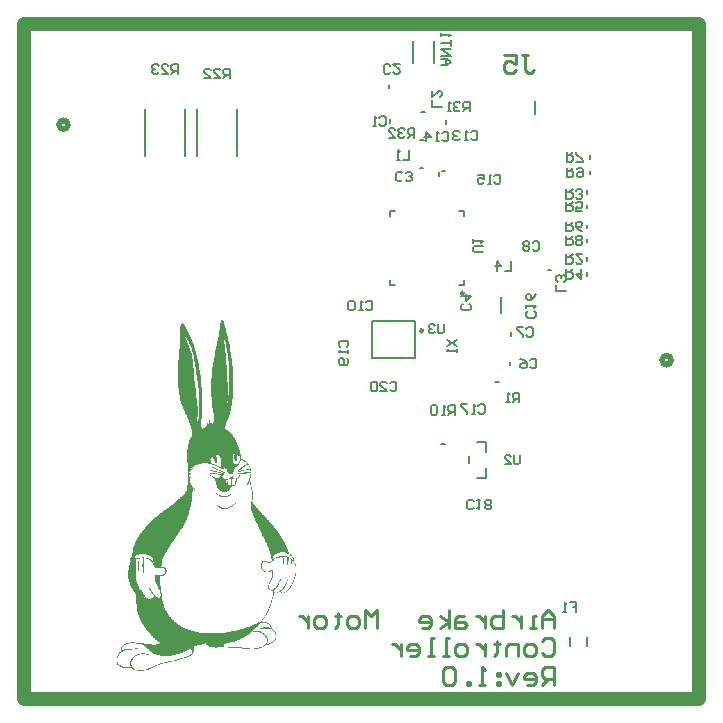
<source format=gbo>
G04*
G04 #@! TF.GenerationSoftware,Altium Limited,Altium Designer,21.0.8 (223)*
G04*
G04 Layer_Color=32896*
%FSLAX25Y25*%
%MOIN*%
G70*
G04*
G04 #@! TF.SameCoordinates,5411D855-6831-4FB7-8657-0D58C5C57482*
G04*
G04*
G04 #@! TF.FilePolarity,Positive*
G04*
G01*
G75*
%ADD10C,0.02000*%
%ADD11C,0.00984*%
%ADD12C,0.00500*%
%ADD15C,0.00787*%
%ADD16C,0.00600*%
%ADD18C,0.01000*%
%ADD19C,0.04724*%
G36*
X66127Y126129D02*
X66264D01*
Y125993D01*
X66400D01*
Y125856D01*
Y125719D01*
Y125583D01*
X66537D01*
Y125446D01*
Y125310D01*
Y125173D01*
X66674D01*
Y125036D01*
Y124899D01*
Y124763D01*
Y124626D01*
X66810D01*
Y124490D01*
Y124353D01*
Y124216D01*
X66947D01*
Y124080D01*
Y123943D01*
Y123806D01*
Y123670D01*
X67084D01*
Y123533D01*
Y123396D01*
Y123260D01*
Y123123D01*
X67220D01*
Y122986D01*
Y122850D01*
Y122713D01*
Y122576D01*
X67357D01*
Y122440D01*
Y122303D01*
Y122167D01*
Y122030D01*
X67494D01*
Y121893D01*
Y121757D01*
Y121620D01*
Y121483D01*
X67630D01*
Y121347D01*
Y121210D01*
Y121073D01*
Y120937D01*
X67767D01*
Y120800D01*
Y120663D01*
Y120527D01*
Y120390D01*
X67904D01*
Y120254D01*
Y120117D01*
Y119980D01*
Y119844D01*
X68040D01*
Y119707D01*
Y119570D01*
Y119434D01*
Y119297D01*
X68177D01*
Y119160D01*
Y119024D01*
Y118887D01*
Y118751D01*
X68313D01*
Y118614D01*
Y118477D01*
Y118341D01*
Y118204D01*
Y118067D01*
X68450D01*
Y117931D01*
Y117794D01*
Y117657D01*
Y117521D01*
Y117384D01*
Y117247D01*
X68587D01*
Y117111D01*
Y116974D01*
Y116837D01*
Y116701D01*
Y116564D01*
Y116428D01*
X68723D01*
Y116291D01*
Y116154D01*
Y116017D01*
Y115881D01*
Y115744D01*
Y115608D01*
X68860D01*
Y115471D01*
Y115334D01*
Y115198D01*
Y115061D01*
Y114924D01*
Y114788D01*
Y114651D01*
X68997D01*
Y114514D01*
Y114378D01*
Y114241D01*
Y114104D01*
Y113968D01*
Y113831D01*
Y113695D01*
Y113558D01*
X69133D01*
Y113421D01*
Y113285D01*
Y113148D01*
Y113011D01*
Y112875D01*
Y112738D01*
Y112601D01*
Y112465D01*
Y112328D01*
X69270D01*
Y112191D01*
Y112055D01*
Y111918D01*
Y111782D01*
Y111645D01*
Y111508D01*
Y111372D01*
Y111235D01*
Y111098D01*
Y110962D01*
Y110825D01*
X69407D01*
Y110688D01*
Y110552D01*
Y110415D01*
Y110278D01*
Y110142D01*
Y110005D01*
Y109869D01*
Y109732D01*
Y109595D01*
Y109458D01*
Y109322D01*
Y109185D01*
Y109049D01*
Y108912D01*
Y108775D01*
Y108639D01*
Y108502D01*
Y108365D01*
X69543D01*
Y108229D01*
Y108092D01*
Y107955D01*
Y107819D01*
Y107682D01*
Y107545D01*
Y107409D01*
Y107272D01*
Y107135D01*
Y106999D01*
Y106862D01*
Y106726D01*
Y106589D01*
Y106452D01*
Y106316D01*
Y106179D01*
Y106042D01*
Y105906D01*
Y105769D01*
Y105632D01*
Y105496D01*
Y105359D01*
Y105222D01*
Y105086D01*
Y104949D01*
Y104813D01*
Y104676D01*
Y104539D01*
Y104403D01*
Y104266D01*
Y104129D01*
Y103993D01*
Y103856D01*
Y103719D01*
Y103583D01*
Y103446D01*
Y103309D01*
Y103173D01*
Y103036D01*
Y102900D01*
X69407D01*
Y102763D01*
Y102626D01*
Y102490D01*
Y102353D01*
Y102216D01*
Y102080D01*
Y101943D01*
Y101806D01*
Y101670D01*
Y101533D01*
Y101396D01*
Y101260D01*
Y101123D01*
Y100987D01*
Y100850D01*
Y100713D01*
Y100576D01*
Y100440D01*
Y100303D01*
Y100167D01*
Y100030D01*
X69270D01*
Y99893D01*
Y99757D01*
Y99620D01*
Y99483D01*
Y99347D01*
Y99210D01*
Y99073D01*
Y98937D01*
Y98800D01*
Y98664D01*
Y98527D01*
X69133D01*
Y98390D01*
Y98254D01*
Y98117D01*
Y97980D01*
Y97844D01*
Y97707D01*
Y97570D01*
Y97434D01*
X68997D01*
Y97297D01*
Y97160D01*
Y97024D01*
Y96887D01*
Y96750D01*
Y96614D01*
X68860D01*
Y96477D01*
Y96341D01*
Y96204D01*
Y96067D01*
Y95931D01*
X68723D01*
Y95794D01*
Y95657D01*
Y95521D01*
Y95384D01*
X68587D01*
Y95247D01*
Y95111D01*
Y94974D01*
Y94837D01*
X68450D01*
Y94701D01*
Y94564D01*
Y94427D01*
X68313D01*
Y94291D01*
Y94154D01*
Y94017D01*
X68177D01*
Y93881D01*
Y93744D01*
Y93608D01*
X68040D01*
Y93471D01*
Y93334D01*
X67904D01*
Y93198D01*
Y93061D01*
X67767D01*
Y92924D01*
Y92788D01*
X67630D01*
Y92651D01*
Y92514D01*
X67494D01*
Y92378D01*
Y92241D01*
X67357D01*
Y92105D01*
Y91968D01*
Y91831D01*
X67220D01*
Y91694D01*
Y91558D01*
Y91421D01*
X67084D01*
Y91285D01*
Y91148D01*
Y91011D01*
X66947D01*
Y90875D01*
Y90738D01*
Y90601D01*
Y90465D01*
Y90328D01*
X66810D01*
Y90191D01*
Y90055D01*
Y89918D01*
X67084D01*
Y89781D01*
X67357D01*
Y89645D01*
X67630D01*
Y89508D01*
X67767D01*
Y89372D01*
X68040D01*
Y89235D01*
X68177D01*
Y89098D01*
X68313D01*
Y88962D01*
X68450D01*
Y88825D01*
X68587D01*
Y88688D01*
X68723D01*
Y88552D01*
X68860D01*
Y88415D01*
X68997D01*
Y88278D01*
X69133D01*
Y88142D01*
X69270D01*
Y88005D01*
X69407D01*
Y87868D01*
Y87732D01*
X69543D01*
Y87595D01*
X69680D01*
Y87458D01*
Y87322D01*
X69816D01*
Y87185D01*
X69953D01*
Y87049D01*
Y86912D01*
X70090D01*
Y86775D01*
Y86639D01*
X70227D01*
Y86502D01*
Y86365D01*
X70363D01*
Y86229D01*
Y86092D01*
X70500D01*
Y85955D01*
Y85819D01*
X70636D01*
Y85682D01*
Y85545D01*
X70773D01*
Y85409D01*
Y85272D01*
X70910D01*
Y85136D01*
Y84999D01*
Y84862D01*
X71046D01*
Y84726D01*
Y84589D01*
X71183D01*
Y84452D01*
Y84316D01*
Y84179D01*
X71320D01*
Y84042D01*
Y83906D01*
X71456D01*
Y83769D01*
Y83632D01*
Y83496D01*
Y83359D01*
X71593D01*
Y83223D01*
Y83086D01*
Y82949D01*
X71730D01*
Y82812D01*
Y82676D01*
Y82539D01*
X71866D01*
Y82403D01*
Y82266D01*
Y82129D01*
Y81993D01*
X72003D01*
Y81856D01*
Y81719D01*
Y81583D01*
Y81446D01*
X72140D01*
Y81309D01*
Y81173D01*
Y81036D01*
Y80900D01*
X72276D01*
Y80763D01*
Y80626D01*
Y80490D01*
Y80353D01*
Y80216D01*
Y80080D01*
Y79943D01*
X72413D01*
Y79806D01*
X72823D01*
Y79670D01*
X72959D01*
Y79533D01*
X73233D01*
Y79396D01*
X73506D01*
Y79260D01*
X73643D01*
Y79123D01*
X73779D01*
Y78987D01*
X74053D01*
Y78850D01*
X74189D01*
Y78713D01*
X74326D01*
Y78576D01*
X74462D01*
Y78440D01*
X74599D01*
Y78303D01*
Y78167D01*
X74736D01*
Y78030D01*
X74872D01*
Y77893D01*
X75009D01*
Y77757D01*
Y77620D01*
X75146D01*
Y77483D01*
Y77347D01*
X75282D01*
Y77210D01*
Y77073D01*
Y76937D01*
X75419D01*
Y76800D01*
Y76664D01*
X75556D01*
Y76527D01*
Y76390D01*
Y76253D01*
Y76117D01*
Y75980D01*
Y75844D01*
Y75707D01*
Y75570D01*
X75692D01*
Y75434D01*
Y75297D01*
Y75160D01*
Y75024D01*
X75556D01*
Y74887D01*
Y74750D01*
Y74614D01*
Y74477D01*
Y74340D01*
Y74204D01*
X75419D01*
Y74067D01*
Y73931D01*
Y73794D01*
Y73657D01*
X75282D01*
Y73521D01*
Y73384D01*
Y73247D01*
X75146D01*
Y73111D01*
Y72974D01*
Y72837D01*
Y72701D01*
Y72564D01*
X75282D01*
Y72427D01*
Y72291D01*
Y72154D01*
X75419D01*
Y72018D01*
Y71881D01*
Y71744D01*
Y71608D01*
X75556D01*
Y71471D01*
Y71334D01*
Y71198D01*
X75692D01*
Y71061D01*
Y70924D01*
Y70788D01*
Y70651D01*
X75829D01*
Y70514D01*
Y70378D01*
Y70241D01*
Y70104D01*
X75966D01*
Y69968D01*
Y69831D01*
Y69695D01*
Y69558D01*
Y69421D01*
Y69285D01*
Y69148D01*
X76102D01*
Y69011D01*
Y68875D01*
Y68738D01*
Y68601D01*
Y68465D01*
Y68328D01*
Y68191D01*
Y68055D01*
Y67918D01*
Y67782D01*
Y67645D01*
Y67508D01*
Y67371D01*
Y67235D01*
Y67098D01*
Y66962D01*
Y66825D01*
Y66688D01*
Y66552D01*
Y66415D01*
Y66278D01*
X75966D01*
Y66142D01*
Y66005D01*
Y65868D01*
Y65732D01*
Y65595D01*
Y65459D01*
X76102D01*
Y65322D01*
X76239D01*
Y65185D01*
Y65049D01*
X76376D01*
Y64912D01*
X76512D01*
Y64775D01*
X76649D01*
Y64639D01*
X76785D01*
Y64502D01*
Y64365D01*
X76922D01*
Y64229D01*
X77059D01*
Y64092D01*
X77195D01*
Y63955D01*
X77332D01*
Y63819D01*
Y63682D01*
X77469D01*
Y63546D01*
X77605D01*
Y63409D01*
X77742D01*
Y63272D01*
X77879D01*
Y63135D01*
X78015D01*
Y62999D01*
X78152D01*
Y62862D01*
Y62726D01*
X78289D01*
Y62589D01*
X78425D01*
Y62452D01*
X78562D01*
Y62316D01*
X78698D01*
Y62179D01*
X78835D01*
Y62042D01*
X78972D01*
Y61906D01*
X79109D01*
Y61769D01*
X79245D01*
Y61632D01*
X79382D01*
Y61496D01*
Y61359D01*
X79518D01*
Y61222D01*
X79655D01*
Y61086D01*
X79792D01*
Y60949D01*
X79928D01*
Y60812D01*
X80065D01*
Y60676D01*
X80202D01*
Y60539D01*
X80338D01*
Y60403D01*
X80475D01*
Y60266D01*
X80612D01*
Y60129D01*
X80748D01*
Y59993D01*
X80885D01*
Y59856D01*
X81021D01*
Y59719D01*
X81158D01*
Y59583D01*
X81295D01*
Y59446D01*
X81431D01*
Y59309D01*
Y59173D01*
X81568D01*
Y59036D01*
X81705D01*
Y58899D01*
X81841D01*
Y58763D01*
X81978D01*
Y58626D01*
X82115D01*
Y58490D01*
X82251D01*
Y58353D01*
X82388D01*
Y58216D01*
Y58080D01*
X82525D01*
Y57943D01*
X82661D01*
Y57806D01*
X82798D01*
Y57670D01*
X82935D01*
Y57533D01*
X83071D01*
Y57396D01*
X83208D01*
Y57260D01*
Y57123D01*
X83345D01*
Y56986D01*
X83481D01*
Y56850D01*
X83618D01*
Y56713D01*
X83754D01*
Y56577D01*
Y56440D01*
X83891D01*
Y56303D01*
X84028D01*
Y56167D01*
X84164D01*
Y56030D01*
Y55893D01*
X84301D01*
Y55757D01*
X84438D01*
Y55620D01*
X84574D01*
Y55483D01*
Y55347D01*
X84711D01*
Y55210D01*
X84848D01*
Y55073D01*
Y54937D01*
X84984D01*
Y54800D01*
X85121D01*
Y54663D01*
Y54527D01*
X85258D01*
Y54390D01*
X85394D01*
Y54254D01*
Y54117D01*
X85531D01*
Y53980D01*
X85668D01*
Y53844D01*
Y53707D01*
X85804D01*
Y53570D01*
X85941D01*
Y53434D01*
Y53297D01*
X86077D01*
Y53160D01*
Y53024D01*
X86214D01*
Y52887D01*
X86351D01*
Y52750D01*
Y52614D01*
X86487D01*
Y52477D01*
Y52341D01*
X86624D01*
Y52204D01*
Y52067D01*
X86761D01*
Y51930D01*
Y51794D01*
X86897D01*
Y51657D01*
Y51521D01*
X87034D01*
Y51384D01*
Y51247D01*
X87171D01*
Y51111D01*
Y50974D01*
X87307D01*
Y50837D01*
Y50701D01*
X87444D01*
Y50564D01*
Y50427D01*
X87581D01*
Y50291D01*
Y50154D01*
Y50017D01*
X87717D01*
Y49881D01*
Y49744D01*
X87854D01*
Y49608D01*
Y49471D01*
Y49334D01*
X87990D01*
Y49198D01*
Y49061D01*
Y48924D01*
X88127D01*
Y48788D01*
Y48651D01*
Y48514D01*
X88264D01*
Y48378D01*
X88400D01*
Y48241D01*
X88537D01*
Y48105D01*
X88810D01*
Y47968D01*
X88947D01*
Y47831D01*
X89084D01*
Y47695D01*
X89220D01*
Y47558D01*
Y47421D01*
X89357D01*
Y47285D01*
X89494D01*
Y47148D01*
Y47011D01*
X89630D01*
Y46875D01*
Y46738D01*
X89767D01*
Y46601D01*
Y46465D01*
Y46328D01*
Y46191D01*
Y46055D01*
X89630D01*
Y45918D01*
X89767D01*
Y45781D01*
X89903D01*
Y45645D01*
Y45508D01*
X90040D01*
Y45371D01*
X90177D01*
Y45235D01*
Y45098D01*
X90313D01*
Y44962D01*
Y44825D01*
X90450D01*
Y44688D01*
Y44552D01*
X90587D01*
Y44415D01*
Y44278D01*
Y44142D01*
Y44005D01*
X90723D01*
Y43868D01*
Y43732D01*
Y43595D01*
Y43459D01*
Y43322D01*
Y43185D01*
Y43049D01*
Y42912D01*
Y42775D01*
Y42639D01*
Y42502D01*
Y42365D01*
Y42229D01*
Y42092D01*
X90587D01*
Y41955D01*
Y41819D01*
Y41682D01*
Y41545D01*
Y41409D01*
Y41272D01*
X90450D01*
Y41135D01*
Y40999D01*
Y40862D01*
Y40726D01*
X90313D01*
Y40589D01*
Y40452D01*
Y40316D01*
X90177D01*
Y40179D01*
Y40042D01*
Y39906D01*
X90040D01*
Y39769D01*
Y39632D01*
Y39496D01*
X89903D01*
Y39359D01*
Y39222D01*
X89767D01*
Y39086D01*
Y38949D01*
Y38813D01*
X89630D01*
Y38676D01*
Y38539D01*
X89494D01*
Y38403D01*
Y38266D01*
X89357D01*
Y38129D01*
Y37993D01*
X89220D01*
Y37856D01*
Y37719D01*
X89084D01*
Y37583D01*
X88947D01*
Y37446D01*
Y37309D01*
X88810D01*
Y37173D01*
Y37036D01*
X88674D01*
Y36900D01*
X88537D01*
Y36763D01*
X88400D01*
Y36626D01*
Y36489D01*
X88264D01*
Y36353D01*
X88127D01*
Y36216D01*
X87990D01*
Y36080D01*
X87854D01*
Y35943D01*
X87717D01*
Y35806D01*
X87581D01*
Y35670D01*
X87444D01*
Y35533D01*
X87307D01*
Y35396D01*
X87034D01*
Y35260D01*
X86761D01*
Y35123D01*
X86351D01*
Y34986D01*
X86077D01*
Y35123D01*
X85668D01*
Y35260D01*
X85394D01*
Y35396D01*
X85258D01*
Y35533D01*
X84984D01*
Y35396D01*
X84711D01*
Y35260D01*
X84438D01*
Y35123D01*
X84028D01*
Y34986D01*
X83754D01*
Y35123D01*
X83345D01*
Y35260D01*
X83208D01*
Y35123D01*
Y34986D01*
X83071D01*
Y34850D01*
Y34713D01*
Y34576D01*
Y34440D01*
Y34303D01*
Y34167D01*
X82935D01*
Y34030D01*
Y33893D01*
Y33757D01*
Y33620D01*
X82798D01*
Y33483D01*
Y33347D01*
Y33210D01*
Y33073D01*
X82661D01*
Y32937D01*
Y32800D01*
Y32664D01*
Y32527D01*
X82525D01*
Y32390D01*
Y32254D01*
Y32117D01*
Y31980D01*
X82388D01*
Y31844D01*
Y31707D01*
Y31570D01*
X82251D01*
Y31434D01*
Y31297D01*
Y31160D01*
X82115D01*
Y31024D01*
Y30887D01*
X81978D01*
Y30750D01*
Y30614D01*
Y30477D01*
X81841D01*
Y30340D01*
Y30204D01*
X81705D01*
Y30067D01*
Y29930D01*
Y29794D01*
X81568D01*
Y29657D01*
Y29521D01*
X81431D01*
Y29384D01*
Y29247D01*
X81295D01*
Y29111D01*
Y28974D01*
X81158D01*
Y28837D01*
Y28701D01*
X81021D01*
Y28564D01*
Y28427D01*
X80885D01*
Y28291D01*
Y28154D01*
X80748D01*
Y28018D01*
X80612D01*
Y27881D01*
Y27744D01*
X80475D01*
Y27608D01*
Y27471D01*
X80338D01*
Y27334D01*
X80202D01*
Y27198D01*
Y27061D01*
X80065D01*
Y26924D01*
X79928D01*
Y26788D01*
Y26651D01*
X79792D01*
Y26514D01*
X79655D01*
Y26378D01*
Y26241D01*
X79518D01*
Y26104D01*
X79382D01*
Y25968D01*
X79245D01*
Y25831D01*
X79109D01*
Y25695D01*
X78972D01*
Y25558D01*
Y25421D01*
X80885D01*
Y25285D01*
X81295D01*
Y25148D01*
X81431D01*
Y25011D01*
X81705D01*
Y24875D01*
X81841D01*
Y24738D01*
X81978D01*
Y24601D01*
X82115D01*
Y24465D01*
Y24328D01*
X82251D01*
Y24191D01*
X82388D01*
Y24055D01*
Y23918D01*
X82525D01*
Y23781D01*
Y23645D01*
Y23508D01*
X82661D01*
Y23371D01*
Y23235D01*
X82798D01*
Y23098D01*
X82935D01*
Y22962D01*
X83071D01*
Y22825D01*
X83208D01*
Y22688D01*
X83345D01*
Y22552D01*
X83481D01*
Y22415D01*
X83618D01*
Y22278D01*
Y22142D01*
X83754D01*
Y22005D01*
Y21868D01*
Y21732D01*
X83891D01*
Y21595D01*
Y21459D01*
Y21322D01*
Y21185D01*
Y21048D01*
X84028D01*
Y20912D01*
Y20775D01*
Y20639D01*
Y20502D01*
X83891D01*
Y20365D01*
Y20229D01*
Y20092D01*
Y19955D01*
X83754D01*
Y19819D01*
Y19682D01*
X83618D01*
Y19545D01*
Y19409D01*
X83481D01*
Y19272D01*
X83345D01*
Y19136D01*
X83208D01*
Y18999D01*
X83071D01*
Y18862D01*
X82935D01*
Y18726D01*
X82798D01*
Y18589D01*
X82525D01*
Y18452D01*
X82388D01*
Y18316D01*
X81978D01*
Y18179D01*
X81705D01*
Y18042D01*
X81295D01*
Y17906D01*
X80475D01*
Y17769D01*
X80338D01*
Y17632D01*
X80202D01*
Y17496D01*
X79928D01*
Y17359D01*
X79792D01*
Y17222D01*
X79518D01*
Y17086D01*
X79109D01*
Y16949D01*
X78698D01*
Y16813D01*
X78289D01*
Y16676D01*
X77605D01*
Y16539D01*
X74053D01*
Y16676D01*
X72686D01*
Y16813D01*
X70773D01*
Y16949D01*
X68040D01*
Y17086D01*
X64214D01*
Y16949D01*
X63531D01*
Y17086D01*
X62301D01*
Y17222D01*
X61754D01*
Y17359D01*
X61481D01*
Y17496D01*
X61208D01*
Y17632D01*
X61071D01*
Y17769D01*
X60935D01*
Y17906D01*
X60798D01*
Y18042D01*
X60661D01*
Y18179D01*
Y18316D01*
X60525D01*
Y18452D01*
X60388D01*
Y18316D01*
X59705D01*
Y18179D01*
X59158D01*
Y18042D01*
X58612D01*
Y17906D01*
X58202D01*
Y17769D01*
X57655D01*
Y17632D01*
X57108D01*
Y17496D01*
X56562D01*
Y17359D01*
X56289D01*
Y17222D01*
X56425D01*
Y17086D01*
Y16949D01*
Y16813D01*
Y16676D01*
Y16539D01*
X56562D01*
Y16403D01*
Y16266D01*
Y16129D01*
X56425D01*
Y15993D01*
Y15856D01*
Y15719D01*
Y15583D01*
X56289D01*
Y15446D01*
Y15309D01*
X56152D01*
Y15173D01*
Y15036D01*
X56015D01*
Y14899D01*
X55879D01*
Y14763D01*
X55742D01*
Y14626D01*
X55605D01*
Y14490D01*
X55469D01*
Y14353D01*
X55195D01*
Y14216D01*
X55059D01*
Y14080D01*
X54786D01*
Y13943D01*
X54512D01*
Y13806D01*
X54102D01*
Y13670D01*
X53829D01*
Y13533D01*
X53419D01*
Y13396D01*
X52872D01*
Y13260D01*
X52463D01*
Y13123D01*
X51916D01*
Y12986D01*
X51369D01*
Y12850D01*
X50959D01*
Y12713D01*
X50413D01*
Y12576D01*
X49730D01*
Y12440D01*
X49183D01*
Y12303D01*
X48636D01*
Y12167D01*
X47953D01*
Y12030D01*
X47407D01*
Y11893D01*
X46860D01*
Y11757D01*
X46313D01*
Y11620D01*
X45767D01*
Y11483D01*
X45357D01*
Y11347D01*
X44947D01*
Y11210D01*
X44537D01*
Y11073D01*
X44264D01*
Y10937D01*
X43990D01*
Y10800D01*
X43580D01*
Y10663D01*
X43307D01*
Y10527D01*
X43034D01*
Y10390D01*
X42624D01*
Y10254D01*
X42351D01*
Y10117D01*
X42077D01*
Y9980D01*
X41668D01*
Y9844D01*
X41394D01*
Y9707D01*
X40984D01*
Y9570D01*
X40574D01*
Y9434D01*
X40028D01*
Y9297D01*
X39071D01*
Y9160D01*
X38525D01*
Y9297D01*
X37431D01*
Y9434D01*
X36885D01*
Y9570D01*
X36612D01*
Y9707D01*
X36338D01*
Y9844D01*
X36202D01*
Y9980D01*
X35928D01*
Y10117D01*
Y10254D01*
X35792D01*
Y10390D01*
X35518D01*
Y10254D01*
X33332D01*
Y10390D01*
X32649D01*
Y10527D01*
X32239D01*
Y10663D01*
X31966D01*
Y10800D01*
X31692D01*
Y10937D01*
X31419D01*
Y11073D01*
X31282D01*
Y11210D01*
X31146D01*
Y11347D01*
X31009D01*
Y11483D01*
Y11620D01*
X30872D01*
Y11757D01*
Y11893D01*
X30736D01*
Y12030D01*
Y12167D01*
Y12303D01*
Y12440D01*
Y12576D01*
Y12713D01*
Y12850D01*
Y12986D01*
Y13123D01*
Y13260D01*
Y13396D01*
Y13533D01*
X30872D01*
Y13670D01*
Y13806D01*
Y13943D01*
Y14080D01*
X31009D01*
Y14216D01*
Y14353D01*
X31146D01*
Y14490D01*
Y14626D01*
X31282D01*
Y14763D01*
Y14899D01*
X31419D01*
Y15036D01*
Y15173D01*
X31556D01*
Y15309D01*
X31692D01*
Y15446D01*
X31829D01*
Y15583D01*
X31966D01*
Y15719D01*
X32239D01*
Y15856D01*
Y15993D01*
Y16129D01*
Y16266D01*
Y16403D01*
Y16539D01*
Y16676D01*
Y16813D01*
Y16949D01*
X32375D01*
Y17086D01*
Y17222D01*
X32512D01*
Y17359D01*
Y17496D01*
X32649D01*
Y17632D01*
X32785D01*
Y17769D01*
X32922D01*
Y17906D01*
X33195D01*
Y18042D01*
X33332D01*
Y18179D01*
X33605D01*
Y18316D01*
X34015D01*
Y18452D01*
X34425D01*
Y18589D01*
X35108D01*
Y18726D01*
X36885D01*
Y18589D01*
X38388D01*
Y18452D01*
X39754D01*
Y18316D01*
X40984D01*
Y18179D01*
X42487D01*
Y18042D01*
X43990D01*
Y18179D01*
X44674D01*
Y18316D01*
X44947D01*
Y18452D01*
X45084D01*
Y18589D01*
Y18726D01*
X44947D01*
Y18862D01*
X44810D01*
Y18999D01*
X44537D01*
Y19136D01*
X44400D01*
Y19272D01*
X44264D01*
Y19409D01*
X44127D01*
Y19545D01*
X43854D01*
Y19682D01*
X43717D01*
Y19819D01*
X43580D01*
Y19955D01*
X43444D01*
Y20092D01*
X43307D01*
Y20229D01*
X43171D01*
Y20365D01*
X43034D01*
Y20502D01*
X42897D01*
Y20639D01*
X42761D01*
Y20775D01*
X42624D01*
Y20912D01*
X42487D01*
Y21048D01*
X42351D01*
Y21185D01*
X42214D01*
Y21322D01*
X42077D01*
Y21459D01*
X41941D01*
Y21595D01*
X41804D01*
Y21732D01*
X41668D01*
Y21868D01*
X41531D01*
Y22005D01*
X41394D01*
Y22142D01*
Y22278D01*
X41258D01*
Y22415D01*
X41121D01*
Y22552D01*
X40984D01*
Y22688D01*
X40848D01*
Y22825D01*
Y22962D01*
X40711D01*
Y23098D01*
X40574D01*
Y23235D01*
X40438D01*
Y23371D01*
Y23508D01*
X40301D01*
Y23645D01*
X40164D01*
Y23781D01*
Y23918D01*
X40028D01*
Y24055D01*
X39891D01*
Y24191D01*
Y24328D01*
X39754D01*
Y24465D01*
X39618D01*
Y24601D01*
Y24738D01*
X39481D01*
Y24875D01*
Y25011D01*
X39344D01*
Y25148D01*
X39208D01*
Y25285D01*
Y25421D01*
X39071D01*
Y25558D01*
Y25695D01*
X38934D01*
Y25831D01*
Y25968D01*
X38798D01*
Y26104D01*
Y26241D01*
X38661D01*
Y26378D01*
Y26514D01*
Y26651D01*
X38525D01*
Y26788D01*
Y26924D01*
X38388D01*
Y27061D01*
Y27198D01*
Y27334D01*
X38251D01*
Y27471D01*
Y27608D01*
X38115D01*
Y27744D01*
Y27881D01*
Y28018D01*
X37978D01*
Y28154D01*
Y28291D01*
Y28427D01*
Y28564D01*
X37841D01*
Y28701D01*
Y28837D01*
Y28974D01*
X37705D01*
Y29111D01*
Y29247D01*
Y29384D01*
Y29521D01*
Y29657D01*
X37568D01*
Y29794D01*
Y29930D01*
Y30067D01*
Y30204D01*
Y30340D01*
X37431D01*
Y30477D01*
Y30614D01*
Y30750D01*
Y30887D01*
Y31024D01*
Y31160D01*
Y31297D01*
Y31434D01*
X37295D01*
Y31570D01*
Y31707D01*
Y31844D01*
Y31980D01*
Y32117D01*
Y32254D01*
Y32390D01*
Y32527D01*
Y32664D01*
Y32800D01*
Y32937D01*
Y33073D01*
Y33210D01*
Y33347D01*
Y33483D01*
Y33620D01*
Y33757D01*
Y33893D01*
Y34030D01*
Y34167D01*
Y34303D01*
Y34440D01*
X37431D01*
Y34576D01*
Y34713D01*
X37295D01*
Y34850D01*
X37158D01*
Y34986D01*
X37021D01*
Y35123D01*
X36885D01*
Y35260D01*
Y35396D01*
X36748D01*
Y35533D01*
X36612D01*
Y35670D01*
X36475D01*
Y35806D01*
Y35943D01*
X36338D01*
Y36080D01*
X36202D01*
Y36216D01*
Y36353D01*
X36065D01*
Y36489D01*
X35928D01*
Y36626D01*
Y36763D01*
X35792D01*
Y36900D01*
Y37036D01*
X35655D01*
Y37173D01*
Y37309D01*
X35518D01*
Y37446D01*
Y37583D01*
X35382D01*
Y37719D01*
Y37856D01*
Y37993D01*
X35245D01*
Y38129D01*
Y38266D01*
X35108D01*
Y38403D01*
Y38539D01*
Y38676D01*
Y38813D01*
X34972D01*
Y38949D01*
Y39086D01*
Y39222D01*
Y39359D01*
X34835D01*
Y39496D01*
Y39632D01*
Y39769D01*
Y39906D01*
Y40042D01*
X34699D01*
Y40179D01*
Y40316D01*
Y40452D01*
Y40589D01*
Y40726D01*
Y40862D01*
Y40999D01*
Y41135D01*
Y41272D01*
Y41409D01*
Y41545D01*
Y41682D01*
Y41819D01*
Y41955D01*
Y42092D01*
Y42229D01*
Y42365D01*
Y42502D01*
Y42639D01*
Y42775D01*
Y42912D01*
X34835D01*
Y43049D01*
Y43185D01*
Y43322D01*
Y43459D01*
Y43595D01*
Y43732D01*
X34972D01*
Y43868D01*
Y44005D01*
Y44142D01*
Y44278D01*
Y44415D01*
X35108D01*
Y44552D01*
Y44688D01*
Y44825D01*
Y44962D01*
X35245D01*
Y45098D01*
Y45235D01*
Y45371D01*
X35382D01*
Y45508D01*
X35518D01*
Y45645D01*
Y45781D01*
Y45918D01*
X35382D01*
Y46055D01*
Y46191D01*
Y46328D01*
Y46465D01*
Y46601D01*
Y46738D01*
X35518D01*
Y46875D01*
Y47011D01*
X35655D01*
Y47148D01*
X35792D01*
Y47285D01*
Y47421D01*
Y47558D01*
Y47695D01*
Y47831D01*
X35928D01*
Y47968D01*
Y48105D01*
Y48241D01*
Y48378D01*
Y48514D01*
Y48651D01*
X36065D01*
Y48788D01*
Y48924D01*
Y49061D01*
Y49198D01*
Y49334D01*
X36202D01*
Y49471D01*
Y49608D01*
Y49744D01*
Y49881D01*
X36338D01*
Y50017D01*
Y50154D01*
Y50291D01*
Y50427D01*
X36475D01*
Y50564D01*
Y50701D01*
Y50837D01*
X36612D01*
Y50974D01*
Y51111D01*
Y51247D01*
X36748D01*
Y51384D01*
Y51521D01*
X36885D01*
Y51657D01*
Y51794D01*
Y51930D01*
X37021D01*
Y52067D01*
Y52204D01*
X37158D01*
Y52341D01*
Y52477D01*
X37295D01*
Y52614D01*
Y52750D01*
X37431D01*
Y52887D01*
Y53024D01*
X37568D01*
Y53160D01*
Y53297D01*
X37705D01*
Y53434D01*
Y53570D01*
X37841D01*
Y53707D01*
Y53844D01*
X37978D01*
Y53980D01*
X38115D01*
Y54117D01*
Y54254D01*
X38251D01*
Y54390D01*
X38388D01*
Y54527D01*
Y54663D01*
X38525D01*
Y54800D01*
X38661D01*
Y54937D01*
Y55073D01*
X38798D01*
Y55210D01*
X38934D01*
Y55347D01*
X39071D01*
Y55483D01*
Y55620D01*
X39208D01*
Y55757D01*
X39344D01*
Y55893D01*
X39481D01*
Y56030D01*
X39618D01*
Y56167D01*
Y56303D01*
X39754D01*
Y56440D01*
X39891D01*
Y56577D01*
X40028D01*
Y56713D01*
X40164D01*
Y56850D01*
X40301D01*
Y56986D01*
Y57123D01*
X40438D01*
Y57260D01*
X40574D01*
Y57396D01*
X40711D01*
Y57533D01*
X40848D01*
Y57670D01*
X40984D01*
Y57806D01*
X41121D01*
Y57943D01*
X41258D01*
Y58080D01*
X41394D01*
Y58216D01*
X41531D01*
Y58353D01*
X41668D01*
Y58490D01*
X41804D01*
Y58626D01*
X41941D01*
Y58763D01*
X42077D01*
Y58899D01*
X42214D01*
Y59036D01*
X42351D01*
Y59173D01*
X42487D01*
Y59309D01*
X42624D01*
Y59446D01*
X42761D01*
Y59583D01*
X42897D01*
Y59719D01*
X43034D01*
Y59856D01*
X43171D01*
Y59993D01*
X43307D01*
Y60129D01*
X43444D01*
Y60266D01*
X43580D01*
Y60403D01*
X43854D01*
Y60539D01*
X43990D01*
Y60676D01*
X44127D01*
Y60812D01*
X44264D01*
Y60949D01*
X44400D01*
Y61086D01*
X44674D01*
Y61222D01*
X44810D01*
Y61359D01*
X44947D01*
Y61496D01*
X45084D01*
Y61632D01*
X45357D01*
Y61769D01*
X45494D01*
Y61906D01*
X45630D01*
Y62042D01*
X45904D01*
Y62179D01*
X46040D01*
Y62316D01*
X46177D01*
Y62452D01*
X46450D01*
Y62589D01*
X46587D01*
Y62726D01*
X46860D01*
Y62862D01*
X46997D01*
Y62999D01*
X47133D01*
Y63135D01*
X47407D01*
Y63272D01*
X47543D01*
Y63409D01*
X47817D01*
Y63546D01*
X47953D01*
Y63682D01*
X48090D01*
Y63819D01*
X48363D01*
Y63955D01*
X48500D01*
Y64092D01*
X48636D01*
Y64229D01*
X48910D01*
Y64365D01*
X49046D01*
Y64502D01*
X49183D01*
Y64639D01*
X49456D01*
Y64775D01*
X49593D01*
Y64912D01*
X49730D01*
Y65049D01*
X49866D01*
Y65185D01*
X50139D01*
Y65322D01*
X50276D01*
Y65459D01*
X50413D01*
Y65595D01*
X50549D01*
Y65732D01*
X50686D01*
Y65868D01*
X50823D01*
Y66005D01*
X50959D01*
Y66142D01*
X51233D01*
Y66278D01*
X51369D01*
Y66415D01*
X51506D01*
Y66552D01*
X51643D01*
Y66688D01*
X51779D01*
Y66825D01*
X51916D01*
Y66962D01*
X52052D01*
Y67098D01*
X52189D01*
Y67235D01*
X52463D01*
Y67371D01*
X52599D01*
Y67508D01*
X52736D01*
Y67645D01*
X52872D01*
Y67782D01*
X53009D01*
Y67918D01*
X53146D01*
Y68055D01*
X53282D01*
Y68191D01*
X53419D01*
Y68328D01*
Y68465D01*
X53556D01*
Y68601D01*
X53692D01*
Y68738D01*
X53829D01*
Y68875D01*
Y69011D01*
X53966D01*
Y69148D01*
X54102D01*
Y69285D01*
Y69421D01*
X54239D01*
Y69558D01*
Y69695D01*
Y69831D01*
Y69968D01*
Y70104D01*
X54375D01*
Y70241D01*
Y70378D01*
Y70514D01*
Y70651D01*
Y70788D01*
Y70924D01*
Y71061D01*
X54512D01*
Y71198D01*
Y71334D01*
Y71471D01*
Y71608D01*
Y71744D01*
Y71881D01*
Y72018D01*
Y72154D01*
Y72291D01*
Y72427D01*
Y72564D01*
Y72701D01*
Y72837D01*
Y72974D01*
Y73111D01*
Y73247D01*
Y73384D01*
Y73521D01*
X54375D01*
Y73657D01*
X54512D01*
Y73794D01*
Y73931D01*
Y74067D01*
X54649D01*
Y74204D01*
Y74340D01*
Y74477D01*
Y74614D01*
Y74750D01*
Y74887D01*
Y75024D01*
Y75160D01*
Y75297D01*
Y75434D01*
Y75570D01*
Y75707D01*
Y75844D01*
X54512D01*
Y75980D01*
Y76117D01*
Y76253D01*
Y76390D01*
Y76527D01*
Y76664D01*
Y76800D01*
Y76937D01*
Y77073D01*
Y77210D01*
Y77347D01*
Y77483D01*
Y77620D01*
Y77757D01*
Y77893D01*
Y78030D01*
Y78167D01*
Y78303D01*
Y78440D01*
Y78576D01*
Y78713D01*
X54375D01*
Y78850D01*
Y78987D01*
Y79123D01*
Y79260D01*
Y79396D01*
Y79533D01*
Y79670D01*
Y79806D01*
Y79943D01*
Y80080D01*
Y80216D01*
Y80353D01*
Y80490D01*
Y80626D01*
Y80763D01*
Y80900D01*
Y81036D01*
Y81173D01*
Y81309D01*
Y81446D01*
Y81583D01*
Y81719D01*
Y81856D01*
Y81993D01*
Y82129D01*
Y82266D01*
Y82403D01*
Y82539D01*
Y82676D01*
Y82812D01*
Y82949D01*
Y83086D01*
Y83223D01*
Y83359D01*
X54512D01*
Y83496D01*
Y83632D01*
Y83769D01*
Y83906D01*
Y84042D01*
Y84179D01*
Y84316D01*
X54649D01*
Y84452D01*
Y84589D01*
Y84726D01*
Y84862D01*
Y84999D01*
X54786D01*
Y85136D01*
Y85272D01*
Y85409D01*
Y85545D01*
X54922D01*
Y85682D01*
Y85819D01*
Y85955D01*
X55059D01*
Y86092D01*
Y86229D01*
X55195D01*
Y86365D01*
Y86502D01*
Y86639D01*
X55332D01*
Y86775D01*
Y86912D01*
X55469D01*
Y87049D01*
Y87185D01*
X55605D01*
Y87322D01*
X55742D01*
Y87458D01*
Y87595D01*
X55879D01*
Y87732D01*
Y87868D01*
Y88005D01*
Y88142D01*
Y88278D01*
Y88415D01*
Y88552D01*
Y88688D01*
Y88825D01*
Y88962D01*
X55742D01*
Y89098D01*
Y89235D01*
Y89372D01*
Y89508D01*
Y89645D01*
Y89781D01*
Y89918D01*
X55605D01*
Y90055D01*
Y90191D01*
Y90328D01*
Y90465D01*
Y90601D01*
X55469D01*
Y90738D01*
Y90875D01*
Y91011D01*
X55332D01*
Y91148D01*
Y91285D01*
Y91421D01*
Y91558D01*
X55195D01*
Y91694D01*
Y91831D01*
Y91968D01*
X55059D01*
Y92105D01*
Y92241D01*
X54922D01*
Y92378D01*
Y92514D01*
Y92651D01*
X54786D01*
Y92788D01*
Y92924D01*
X54649D01*
Y93061D01*
Y93198D01*
Y93334D01*
X54512D01*
Y93471D01*
Y93608D01*
X54375D01*
Y93744D01*
Y93881D01*
X54239D01*
Y94017D01*
Y94154D01*
X54102D01*
Y94291D01*
Y94427D01*
X53966D01*
Y94564D01*
Y94701D01*
X53829D01*
Y94837D01*
Y94974D01*
X53692D01*
Y95111D01*
Y95247D01*
X53556D01*
Y95384D01*
Y95521D01*
X53419D01*
Y95657D01*
Y95794D01*
X53282D01*
Y95931D01*
Y96067D01*
X53146D01*
Y96204D01*
Y96341D01*
Y96477D01*
X53009D01*
Y96614D01*
Y96750D01*
X52872D01*
Y96887D01*
Y97024D01*
Y97160D01*
X52736D01*
Y97297D01*
Y97434D01*
X52599D01*
Y97570D01*
Y97707D01*
Y97844D01*
X52463D01*
Y97980D01*
Y98117D01*
Y98254D01*
X52326D01*
Y98390D01*
Y98527D01*
Y98664D01*
Y98800D01*
X52189D01*
Y98937D01*
Y99073D01*
Y99210D01*
X52052D01*
Y99347D01*
Y99483D01*
Y99620D01*
Y99757D01*
X51916D01*
Y99893D01*
Y100030D01*
Y100167D01*
Y100303D01*
Y100440D01*
X51779D01*
Y100576D01*
Y100713D01*
Y100850D01*
Y100987D01*
Y101123D01*
Y101260D01*
X51643D01*
Y101396D01*
Y101533D01*
Y101670D01*
Y101806D01*
Y101943D01*
Y102080D01*
Y102216D01*
X51506D01*
Y102353D01*
Y102490D01*
Y102626D01*
Y102763D01*
Y102900D01*
Y103036D01*
Y103173D01*
Y103309D01*
Y103446D01*
X51369D01*
Y103583D01*
Y103719D01*
Y103856D01*
Y103993D01*
Y104129D01*
Y104266D01*
Y104403D01*
Y104539D01*
Y104676D01*
Y104813D01*
Y104949D01*
Y105086D01*
X51233D01*
Y105222D01*
Y105359D01*
Y105496D01*
Y105632D01*
Y105769D01*
Y105906D01*
Y106042D01*
Y106179D01*
Y106316D01*
Y106452D01*
Y106589D01*
Y106726D01*
Y106862D01*
Y106999D01*
Y107135D01*
Y107272D01*
Y107409D01*
Y107545D01*
Y107682D01*
Y107819D01*
Y107955D01*
Y108092D01*
Y108229D01*
Y108365D01*
Y108502D01*
Y108639D01*
Y108775D01*
Y108912D01*
Y109049D01*
Y109185D01*
Y109322D01*
Y109458D01*
Y109595D01*
Y109732D01*
Y109869D01*
Y110005D01*
Y110142D01*
Y110278D01*
Y110415D01*
Y110552D01*
Y110688D01*
Y110825D01*
X51369D01*
Y110962D01*
Y111098D01*
Y111235D01*
Y111372D01*
Y111508D01*
Y111645D01*
Y111782D01*
Y111918D01*
Y112055D01*
Y112191D01*
Y112328D01*
Y112465D01*
Y112601D01*
Y112738D01*
Y112875D01*
Y113011D01*
X51506D01*
Y113148D01*
Y113285D01*
Y113421D01*
Y113558D01*
Y113695D01*
Y113831D01*
Y113968D01*
Y114104D01*
Y114241D01*
Y114378D01*
Y114514D01*
Y114651D01*
Y114788D01*
X51643D01*
Y114924D01*
Y115061D01*
Y115198D01*
Y115334D01*
Y115471D01*
Y115608D01*
Y115744D01*
Y115881D01*
Y116017D01*
Y116154D01*
Y116291D01*
Y116428D01*
Y116564D01*
Y116701D01*
X51779D01*
Y116837D01*
Y116974D01*
Y117111D01*
Y117247D01*
Y117384D01*
Y117521D01*
Y117657D01*
Y117794D01*
Y117931D01*
Y118067D01*
Y118204D01*
Y118341D01*
Y118477D01*
Y118614D01*
Y118751D01*
Y118887D01*
X51916D01*
Y119024D01*
Y119160D01*
Y119297D01*
Y119434D01*
Y119570D01*
Y119707D01*
Y119844D01*
Y119980D01*
Y120117D01*
Y120254D01*
Y120390D01*
Y120527D01*
Y120663D01*
Y120800D01*
Y120937D01*
Y121073D01*
Y121210D01*
Y121347D01*
Y121483D01*
Y121620D01*
Y121757D01*
Y121893D01*
Y122030D01*
Y122167D01*
Y122303D01*
Y122440D01*
X52052D01*
Y122576D01*
Y122713D01*
Y122850D01*
Y122986D01*
Y123123D01*
Y123260D01*
Y123396D01*
Y123533D01*
Y123670D01*
Y123806D01*
Y123943D01*
Y124080D01*
Y124216D01*
Y124353D01*
X52189D01*
Y124490D01*
Y124626D01*
Y124763D01*
Y124899D01*
X52326D01*
Y125036D01*
X52463D01*
Y125173D01*
X52872D01*
Y125036D01*
X53009D01*
Y124899D01*
X53146D01*
Y124763D01*
X53282D01*
Y124626D01*
Y124490D01*
X53419D01*
Y124353D01*
Y124216D01*
X53556D01*
Y124080D01*
X53692D01*
Y123943D01*
Y123806D01*
X53829D01*
Y123670D01*
Y123533D01*
X53966D01*
Y123396D01*
Y123260D01*
X54102D01*
Y123123D01*
Y122986D01*
X54239D01*
Y122850D01*
Y122713D01*
X54375D01*
Y122576D01*
Y122440D01*
X54512D01*
Y122303D01*
Y122167D01*
X54649D01*
Y122030D01*
Y121893D01*
X54786D01*
Y121757D01*
Y121620D01*
X54922D01*
Y121483D01*
Y121347D01*
X55059D01*
Y121210D01*
Y121073D01*
X55195D01*
Y120937D01*
Y120800D01*
X55332D01*
Y120663D01*
Y120527D01*
X55469D01*
Y120390D01*
Y120254D01*
X55605D01*
Y120117D01*
Y119980D01*
Y119844D01*
X55742D01*
Y119707D01*
Y119570D01*
X55879D01*
Y119434D01*
Y119297D01*
Y119160D01*
X56015D01*
Y119024D01*
Y118887D01*
X56152D01*
Y118751D01*
Y118614D01*
Y118477D01*
X56289D01*
Y118341D01*
Y118204D01*
X56425D01*
Y118067D01*
Y117931D01*
Y117794D01*
X56562D01*
Y117657D01*
Y117521D01*
Y117384D01*
X56699D01*
Y117247D01*
Y117111D01*
Y116974D01*
X56835D01*
Y116837D01*
Y116701D01*
Y116564D01*
Y116428D01*
X56972D01*
Y116291D01*
Y116154D01*
Y116017D01*
X57108D01*
Y115881D01*
Y115744D01*
Y115608D01*
Y115471D01*
X57245D01*
Y115334D01*
Y115198D01*
Y115061D01*
X57382D01*
Y114924D01*
Y114788D01*
Y114651D01*
Y114514D01*
X57518D01*
Y114378D01*
Y114241D01*
Y114104D01*
Y113968D01*
Y113831D01*
X57655D01*
Y113695D01*
Y113558D01*
Y113421D01*
Y113285D01*
X57792D01*
Y113148D01*
Y113011D01*
Y112875D01*
Y112738D01*
Y112601D01*
X57928D01*
Y112465D01*
Y112328D01*
Y112191D01*
Y112055D01*
Y111918D01*
X58065D01*
Y111782D01*
Y111645D01*
Y111508D01*
Y111372D01*
Y111235D01*
X58202D01*
Y111098D01*
Y110962D01*
Y110825D01*
Y110688D01*
Y110552D01*
Y110415D01*
X58338D01*
Y110278D01*
Y110142D01*
Y110005D01*
Y109869D01*
Y109732D01*
Y109595D01*
X58475D01*
Y109458D01*
Y109322D01*
Y109185D01*
Y109049D01*
Y108912D01*
Y108775D01*
X58612D01*
Y108639D01*
Y108502D01*
Y108365D01*
Y108229D01*
Y108092D01*
Y107955D01*
Y107819D01*
X58748D01*
Y107682D01*
Y107545D01*
Y107409D01*
Y107272D01*
Y107135D01*
Y106999D01*
Y106862D01*
X58885D01*
Y106726D01*
Y106589D01*
Y106452D01*
Y106316D01*
Y106179D01*
Y106042D01*
Y105906D01*
Y105769D01*
Y105632D01*
Y105496D01*
X59022D01*
Y105359D01*
Y105222D01*
Y105086D01*
Y104949D01*
Y104813D01*
Y104676D01*
Y104539D01*
Y104403D01*
Y104266D01*
Y104129D01*
Y103993D01*
Y103856D01*
X59158D01*
Y103719D01*
Y103583D01*
Y103446D01*
Y103309D01*
Y103173D01*
Y103036D01*
Y102900D01*
Y102763D01*
Y102626D01*
Y102490D01*
Y102353D01*
Y102216D01*
Y102080D01*
Y101943D01*
Y101806D01*
Y101670D01*
Y101533D01*
Y101396D01*
X59295D01*
Y101260D01*
Y101123D01*
Y100987D01*
Y100850D01*
Y100713D01*
Y100576D01*
Y100440D01*
Y100303D01*
Y100167D01*
Y100030D01*
Y99893D01*
Y99757D01*
Y99620D01*
Y99483D01*
Y99347D01*
Y99210D01*
Y99073D01*
Y98937D01*
Y98800D01*
Y98664D01*
Y98527D01*
Y98390D01*
Y98254D01*
Y98117D01*
Y97980D01*
Y97844D01*
Y97707D01*
Y97570D01*
Y97434D01*
Y97297D01*
Y97160D01*
Y97024D01*
Y96887D01*
Y96750D01*
Y96614D01*
Y96477D01*
Y96341D01*
Y96204D01*
Y96067D01*
Y95931D01*
Y95794D01*
Y95657D01*
Y95521D01*
Y95384D01*
Y95247D01*
Y95111D01*
Y94974D01*
Y94837D01*
X59158D01*
Y94701D01*
Y94564D01*
Y94427D01*
Y94291D01*
Y94154D01*
Y94017D01*
Y93881D01*
Y93744D01*
Y93608D01*
Y93471D01*
Y93334D01*
Y93198D01*
Y93061D01*
X59022D01*
Y92924D01*
Y92788D01*
Y92651D01*
Y92514D01*
Y92378D01*
Y92241D01*
Y92105D01*
Y91968D01*
Y91831D01*
Y91694D01*
Y91558D01*
Y91421D01*
Y91285D01*
Y91148D01*
Y91011D01*
Y90875D01*
Y90738D01*
Y90601D01*
Y90465D01*
X59158D01*
Y90328D01*
Y90191D01*
Y90055D01*
X59431D01*
Y90191D01*
X59978D01*
Y90328D01*
X60388D01*
Y90465D01*
X60525D01*
Y90601D01*
Y90738D01*
X60661D01*
Y90875D01*
Y91011D01*
X60798D01*
Y91148D01*
Y91285D01*
Y91421D01*
X60935D01*
Y91558D01*
Y91694D01*
Y91831D01*
X61071D01*
Y91968D01*
Y92105D01*
X61208D01*
Y91968D01*
Y91831D01*
Y91694D01*
Y91558D01*
X61344D01*
Y91694D01*
X61481D01*
Y91831D01*
Y91968D01*
Y92105D01*
Y92241D01*
Y92378D01*
Y92514D01*
X61618D01*
Y92651D01*
Y92788D01*
Y92924D01*
X61754D01*
Y93061D01*
X61891D01*
Y92924D01*
Y92788D01*
X62028D01*
Y92651D01*
Y92514D01*
Y92378D01*
Y92241D01*
Y92105D01*
Y91968D01*
Y91831D01*
X62301D01*
Y91968D01*
X62574D01*
Y91831D01*
Y91694D01*
Y91558D01*
Y91421D01*
X62848D01*
Y91558D01*
Y91694D01*
Y91831D01*
Y91968D01*
X62984D01*
Y92105D01*
Y92241D01*
Y92378D01*
X63121D01*
Y92514D01*
Y92651D01*
Y92788D01*
Y92924D01*
X63257D01*
Y93061D01*
Y93198D01*
Y93334D01*
Y93471D01*
Y93608D01*
Y93744D01*
Y93881D01*
Y94017D01*
Y94154D01*
Y94291D01*
Y94427D01*
Y94564D01*
Y94701D01*
Y94837D01*
X63121D01*
Y94974D01*
Y95111D01*
Y95247D01*
Y95384D01*
X62984D01*
Y95521D01*
Y95657D01*
Y95794D01*
Y95931D01*
Y96067D01*
X62848D01*
Y96204D01*
Y96341D01*
Y96477D01*
Y96614D01*
Y96750D01*
X62711D01*
Y96887D01*
Y97024D01*
Y97160D01*
Y97297D01*
Y97434D01*
Y97570D01*
Y97707D01*
X62574D01*
Y97844D01*
Y97980D01*
Y98117D01*
Y98254D01*
Y98390D01*
Y98527D01*
Y98664D01*
Y98800D01*
X62438D01*
Y98937D01*
Y99073D01*
Y99210D01*
Y99347D01*
Y99483D01*
Y99620D01*
Y99757D01*
Y99893D01*
Y100030D01*
Y100167D01*
Y100303D01*
Y100440D01*
Y100576D01*
Y100713D01*
X62301D01*
Y100850D01*
Y100987D01*
Y101123D01*
Y101260D01*
Y101396D01*
Y101533D01*
Y101670D01*
Y101806D01*
Y101943D01*
Y102080D01*
Y102216D01*
Y102353D01*
Y102490D01*
Y102626D01*
Y102763D01*
Y102900D01*
Y103036D01*
Y103173D01*
Y103309D01*
Y103446D01*
Y103583D01*
Y103719D01*
Y103856D01*
Y103993D01*
Y104129D01*
Y104266D01*
Y104403D01*
Y104539D01*
Y104676D01*
Y104813D01*
Y104949D01*
Y105086D01*
Y105222D01*
Y105359D01*
Y105496D01*
Y105632D01*
Y105769D01*
Y105906D01*
Y106042D01*
Y106179D01*
Y106316D01*
Y106452D01*
Y106589D01*
Y106726D01*
Y106862D01*
Y106999D01*
X62438D01*
Y107135D01*
Y107272D01*
Y107409D01*
Y107545D01*
Y107682D01*
Y107819D01*
Y107955D01*
Y108092D01*
Y108229D01*
Y108365D01*
Y108502D01*
X62574D01*
Y108639D01*
Y108775D01*
Y108912D01*
Y109049D01*
Y109185D01*
Y109322D01*
Y109458D01*
X62711D01*
Y109595D01*
Y109732D01*
Y109869D01*
Y110005D01*
Y110142D01*
Y110278D01*
Y110415D01*
X62848D01*
Y110552D01*
Y110688D01*
Y110825D01*
Y110962D01*
Y111098D01*
Y111235D01*
Y111372D01*
X62984D01*
Y111508D01*
Y111645D01*
Y111782D01*
Y111918D01*
Y112055D01*
Y112191D01*
X63121D01*
Y112328D01*
Y112465D01*
Y112601D01*
Y112738D01*
Y112875D01*
Y113011D01*
Y113148D01*
X63257D01*
Y113285D01*
Y113421D01*
Y113558D01*
Y113695D01*
Y113831D01*
Y113968D01*
X63394D01*
Y114104D01*
Y114241D01*
Y114378D01*
Y114514D01*
Y114651D01*
Y114788D01*
X63531D01*
Y114924D01*
Y115061D01*
Y115198D01*
Y115334D01*
Y115471D01*
X63668D01*
Y115608D01*
Y115744D01*
Y115881D01*
Y116017D01*
Y116154D01*
Y116291D01*
X63804D01*
Y116428D01*
Y116564D01*
Y116701D01*
Y116837D01*
Y116974D01*
X63941D01*
Y117111D01*
Y117247D01*
Y117384D01*
Y117521D01*
X64077D01*
Y117657D01*
Y117794D01*
Y117931D01*
Y118067D01*
X64214D01*
Y118204D01*
Y118341D01*
Y118477D01*
Y118614D01*
X64351D01*
Y118751D01*
Y118887D01*
Y119024D01*
Y119160D01*
Y119297D01*
X64487D01*
Y119434D01*
Y119570D01*
Y119707D01*
Y119844D01*
X64624D01*
Y119980D01*
Y120117D01*
Y120254D01*
Y120390D01*
Y120527D01*
X64761D01*
Y120663D01*
Y120800D01*
Y120937D01*
Y121073D01*
Y121210D01*
X64897D01*
Y121347D01*
Y121483D01*
Y121620D01*
Y121757D01*
Y121893D01*
Y122030D01*
X65034D01*
Y122167D01*
Y122303D01*
Y122440D01*
Y122576D01*
Y122713D01*
Y122850D01*
Y122986D01*
X65171D01*
Y123123D01*
Y123260D01*
Y123396D01*
Y123533D01*
Y123670D01*
Y123806D01*
Y123943D01*
Y124080D01*
X65307D01*
Y124216D01*
Y124353D01*
Y124490D01*
Y124626D01*
Y124763D01*
Y124899D01*
Y125036D01*
Y125173D01*
X65444D01*
Y125310D01*
Y125446D01*
Y125583D01*
Y125719D01*
X65580D01*
Y125856D01*
Y125993D01*
X65717D01*
Y126129D01*
X65854D01*
Y126266D01*
X66127D01*
Y126129D01*
D02*
G37*
%LPC*%
G36*
X66537Y120390D02*
X66400D01*
Y120254D01*
X66537D01*
Y120390D01*
D02*
G37*
G36*
X66674Y120117D02*
X66537D01*
Y119980D01*
Y119844D01*
Y119707D01*
X66674D01*
Y119570D01*
Y119434D01*
Y119297D01*
Y119160D01*
Y119024D01*
Y118887D01*
Y118751D01*
Y118614D01*
Y118477D01*
Y118341D01*
X66810D01*
Y118204D01*
Y118067D01*
Y117931D01*
Y117794D01*
Y117657D01*
Y117521D01*
Y117384D01*
Y117247D01*
Y117111D01*
Y116974D01*
Y116837D01*
X66947D01*
Y116701D01*
Y116564D01*
Y116428D01*
Y116291D01*
Y116154D01*
Y116017D01*
Y115881D01*
Y115744D01*
Y115608D01*
Y115471D01*
Y115334D01*
Y115198D01*
X67084D01*
Y115061D01*
Y114924D01*
Y114788D01*
Y114651D01*
Y114514D01*
Y114378D01*
Y114241D01*
Y114104D01*
Y113968D01*
Y113831D01*
X67220D01*
Y113695D01*
Y113558D01*
Y113421D01*
Y113285D01*
Y113148D01*
Y113011D01*
Y112875D01*
Y112738D01*
Y112601D01*
Y112465D01*
X67357D01*
Y112328D01*
Y112191D01*
Y112055D01*
Y111918D01*
Y111782D01*
Y111645D01*
Y111508D01*
Y111372D01*
Y111235D01*
Y111098D01*
X67494D01*
Y110962D01*
Y110825D01*
Y110688D01*
Y110552D01*
Y110415D01*
Y110278D01*
Y110142D01*
Y110005D01*
Y109869D01*
Y109732D01*
Y109595D01*
Y109458D01*
X67630D01*
Y109322D01*
Y109185D01*
Y109049D01*
Y108912D01*
Y108775D01*
Y108639D01*
Y108502D01*
Y108365D01*
Y108229D01*
Y108092D01*
Y107955D01*
Y107819D01*
Y107682D01*
Y107545D01*
Y107409D01*
Y107272D01*
Y107135D01*
Y106999D01*
Y106862D01*
Y106726D01*
Y106589D01*
Y106452D01*
Y106316D01*
Y106179D01*
Y106042D01*
Y105906D01*
Y105769D01*
Y105632D01*
X67767D01*
Y105496D01*
Y105359D01*
Y105222D01*
Y105086D01*
Y104949D01*
Y104813D01*
Y104676D01*
Y104539D01*
Y104403D01*
Y104266D01*
Y104129D01*
Y103993D01*
Y103856D01*
Y103719D01*
Y103583D01*
Y103446D01*
Y103309D01*
Y103173D01*
Y103036D01*
Y102900D01*
Y102763D01*
Y102626D01*
Y102490D01*
Y102353D01*
Y102216D01*
Y102080D01*
Y101943D01*
Y101806D01*
Y101670D01*
Y101533D01*
Y101396D01*
Y101260D01*
Y101123D01*
Y100987D01*
Y100850D01*
Y100713D01*
Y100576D01*
Y100440D01*
Y100303D01*
Y100167D01*
Y100030D01*
Y99893D01*
Y99757D01*
Y99620D01*
Y99483D01*
Y99347D01*
X67904D01*
Y99483D01*
Y99620D01*
Y99757D01*
Y99893D01*
Y100030D01*
Y100167D01*
Y100303D01*
X68040D01*
Y100440D01*
Y100576D01*
Y100713D01*
Y100850D01*
Y100987D01*
Y101123D01*
Y101260D01*
X68177D01*
Y101396D01*
Y101533D01*
Y101670D01*
Y101806D01*
Y101943D01*
Y102080D01*
Y102216D01*
Y102353D01*
Y102490D01*
Y102626D01*
X68313D01*
Y102763D01*
Y102900D01*
Y103036D01*
Y103173D01*
Y103309D01*
Y103446D01*
Y103583D01*
Y103719D01*
Y103856D01*
Y103993D01*
Y104129D01*
Y104266D01*
Y104403D01*
Y104539D01*
Y104676D01*
Y104813D01*
Y104949D01*
Y105086D01*
Y105222D01*
Y105359D01*
Y105496D01*
Y105632D01*
Y105769D01*
Y105906D01*
Y106042D01*
Y106179D01*
Y106316D01*
Y106452D01*
Y106589D01*
Y106726D01*
Y106862D01*
Y106999D01*
Y107135D01*
Y107272D01*
Y107409D01*
Y107545D01*
Y107682D01*
Y107819D01*
Y107955D01*
Y108092D01*
Y108229D01*
Y108365D01*
Y108502D01*
Y108639D01*
Y108775D01*
Y108912D01*
Y109049D01*
Y109185D01*
Y109322D01*
Y109458D01*
Y109595D01*
Y109732D01*
Y109869D01*
Y110005D01*
Y110142D01*
Y110278D01*
Y110415D01*
Y110552D01*
Y110688D01*
X68177D01*
Y110825D01*
Y110962D01*
Y111098D01*
Y111235D01*
Y111372D01*
Y111508D01*
Y111645D01*
Y111782D01*
Y111918D01*
Y112055D01*
Y112191D01*
Y112328D01*
Y112465D01*
X68040D01*
Y112601D01*
Y112738D01*
Y112875D01*
Y113011D01*
Y113148D01*
Y113285D01*
Y113421D01*
Y113558D01*
X67904D01*
Y113695D01*
Y113831D01*
Y113968D01*
Y114104D01*
Y114241D01*
Y114378D01*
Y114514D01*
X67767D01*
Y114651D01*
Y114788D01*
Y114924D01*
Y115061D01*
Y115198D01*
Y115334D01*
X67630D01*
Y115471D01*
Y115608D01*
Y115744D01*
Y115881D01*
Y116017D01*
X67494D01*
Y116154D01*
Y116291D01*
Y116428D01*
Y116564D01*
Y116701D01*
Y116837D01*
X67357D01*
Y116974D01*
Y117111D01*
Y117247D01*
Y117384D01*
Y117521D01*
X67220D01*
Y117657D01*
Y117794D01*
Y117931D01*
Y118067D01*
Y118204D01*
X67084D01*
Y118341D01*
Y118477D01*
Y118614D01*
Y118751D01*
X66947D01*
Y118887D01*
Y119024D01*
Y119160D01*
Y119297D01*
X66810D01*
Y119434D01*
Y119570D01*
Y119707D01*
X66674D01*
Y119844D01*
Y119980D01*
Y120117D01*
D02*
G37*
G36*
X67767Y99347D02*
X67630D01*
Y99210D01*
Y99073D01*
Y98937D01*
Y98800D01*
Y98664D01*
X67767D01*
Y98800D01*
Y98937D01*
Y99073D01*
Y99210D01*
Y99347D01*
D02*
G37*
G36*
X53692Y120937D02*
X53556D01*
Y120800D01*
Y120663D01*
X53692D01*
Y120527D01*
Y120390D01*
Y120254D01*
Y120117D01*
X53829D01*
Y119980D01*
Y119844D01*
X53966D01*
Y119707D01*
Y119570D01*
X54102D01*
Y119434D01*
Y119297D01*
X54239D01*
Y119160D01*
Y119024D01*
X54375D01*
Y118887D01*
Y118751D01*
Y118614D01*
X54512D01*
Y118477D01*
Y118341D01*
X54649D01*
Y118204D01*
Y118067D01*
Y117931D01*
X54786D01*
Y117794D01*
Y117657D01*
X54922D01*
Y117521D01*
Y117384D01*
Y117247D01*
X55059D01*
Y117111D01*
Y116974D01*
Y116837D01*
X55195D01*
Y116701D01*
Y116564D01*
Y116428D01*
X55332D01*
Y116291D01*
Y116154D01*
Y116017D01*
X55469D01*
Y115881D01*
Y115744D01*
Y115608D01*
X55605D01*
Y115471D01*
Y115334D01*
Y115198D01*
Y115061D01*
X55742D01*
Y114924D01*
Y114788D01*
Y114651D01*
X55879D01*
Y114514D01*
Y114378D01*
Y114241D01*
Y114104D01*
Y113968D01*
X56015D01*
Y113831D01*
Y113695D01*
Y113558D01*
Y113421D01*
Y113285D01*
Y113148D01*
X56152D01*
Y113011D01*
Y112875D01*
Y112738D01*
Y112601D01*
Y112465D01*
Y112328D01*
Y112191D01*
Y112055D01*
Y111918D01*
Y111782D01*
X56289D01*
Y111645D01*
Y111508D01*
Y111372D01*
Y111235D01*
Y111098D01*
Y110962D01*
Y110825D01*
Y110688D01*
Y110552D01*
Y110415D01*
Y110278D01*
Y110142D01*
X56425D01*
Y110005D01*
Y109869D01*
Y109732D01*
Y109595D01*
Y109458D01*
Y109322D01*
Y109185D01*
Y109049D01*
Y108912D01*
Y108775D01*
Y108639D01*
Y108502D01*
Y108365D01*
X56562D01*
Y108229D01*
Y108092D01*
Y107955D01*
Y107819D01*
Y107682D01*
Y107545D01*
Y107409D01*
Y107272D01*
Y107135D01*
Y106999D01*
X56699D01*
Y106862D01*
Y106726D01*
Y106589D01*
Y106452D01*
Y106316D01*
Y106179D01*
Y106042D01*
Y105906D01*
Y105769D01*
X56835D01*
Y105632D01*
Y105496D01*
Y105359D01*
Y105222D01*
Y105086D01*
Y104949D01*
Y104813D01*
Y104676D01*
X56972D01*
Y104539D01*
Y104403D01*
Y104266D01*
Y104129D01*
Y103993D01*
Y103856D01*
Y103719D01*
Y103583D01*
X57108D01*
Y103446D01*
Y103309D01*
Y103173D01*
Y103036D01*
Y102900D01*
Y102763D01*
Y102626D01*
X57245D01*
Y102490D01*
Y102353D01*
Y102216D01*
Y102080D01*
Y101943D01*
Y101806D01*
Y101670D01*
Y101533D01*
X57382D01*
Y101396D01*
Y101260D01*
Y101123D01*
Y100987D01*
Y100850D01*
Y100713D01*
Y100576D01*
Y100440D01*
Y100303D01*
X57518D01*
Y100167D01*
Y100030D01*
Y99893D01*
Y99757D01*
Y99620D01*
Y99483D01*
Y99347D01*
Y99210D01*
Y99073D01*
X57655D01*
Y98937D01*
Y98800D01*
Y98664D01*
Y98527D01*
Y98390D01*
Y98254D01*
Y98117D01*
Y97980D01*
Y97844D01*
Y97707D01*
Y97570D01*
Y97434D01*
X57792D01*
Y97297D01*
Y97160D01*
Y97024D01*
Y96887D01*
Y96750D01*
Y96614D01*
Y96477D01*
Y96341D01*
Y96204D01*
Y96067D01*
Y95931D01*
Y95794D01*
Y95657D01*
Y95521D01*
Y95384D01*
Y95247D01*
Y95111D01*
Y94974D01*
Y94837D01*
Y94701D01*
Y94564D01*
Y94427D01*
Y94291D01*
Y94154D01*
Y94017D01*
X57655D01*
Y93881D01*
Y93744D01*
Y93608D01*
Y93471D01*
Y93334D01*
Y93198D01*
X57518D01*
Y93061D01*
Y92924D01*
Y92788D01*
Y92651D01*
X57792D01*
Y92788D01*
X57928D01*
Y92924D01*
Y93061D01*
Y93198D01*
Y93334D01*
X58065D01*
Y93471D01*
Y93608D01*
Y93744D01*
Y93881D01*
Y94017D01*
Y94154D01*
Y94291D01*
Y94427D01*
Y94564D01*
X58202D01*
Y94701D01*
Y94837D01*
Y94974D01*
Y95111D01*
Y95247D01*
Y95384D01*
Y95521D01*
Y95657D01*
Y95794D01*
Y95931D01*
Y96067D01*
Y96204D01*
Y96341D01*
Y96477D01*
Y96614D01*
Y96750D01*
Y96887D01*
Y97024D01*
Y97160D01*
Y97297D01*
Y97434D01*
Y97570D01*
Y97707D01*
Y97844D01*
Y97980D01*
Y98117D01*
Y98254D01*
Y98390D01*
Y98527D01*
Y98664D01*
Y98800D01*
Y98937D01*
Y99073D01*
Y99210D01*
Y99347D01*
Y99483D01*
Y99620D01*
Y99757D01*
Y99893D01*
Y100030D01*
Y100167D01*
Y100303D01*
Y100440D01*
Y100576D01*
Y100713D01*
Y100850D01*
Y100987D01*
Y101123D01*
Y101260D01*
X58065D01*
Y101396D01*
Y101533D01*
Y101670D01*
Y101806D01*
Y101943D01*
Y102080D01*
Y102216D01*
Y102353D01*
Y102490D01*
Y102626D01*
Y102763D01*
Y102900D01*
Y103036D01*
Y103173D01*
Y103309D01*
Y103446D01*
X57928D01*
Y103583D01*
Y103719D01*
Y103856D01*
Y103993D01*
Y104129D01*
Y104266D01*
Y104403D01*
Y104539D01*
Y104676D01*
Y104813D01*
X57792D01*
Y104949D01*
Y105086D01*
Y105222D01*
Y105359D01*
Y105496D01*
Y105632D01*
Y105769D01*
Y105906D01*
X57655D01*
Y106042D01*
Y106179D01*
Y106316D01*
Y106452D01*
Y106589D01*
Y106726D01*
Y106862D01*
Y106999D01*
X57518D01*
Y107135D01*
Y107272D01*
Y107409D01*
Y107545D01*
Y107682D01*
Y107819D01*
Y107955D01*
X57382D01*
Y108092D01*
Y108229D01*
Y108365D01*
Y108502D01*
Y108639D01*
Y108775D01*
Y108912D01*
X57245D01*
Y109049D01*
Y109185D01*
Y109322D01*
Y109458D01*
Y109595D01*
Y109732D01*
Y109869D01*
X57108D01*
Y110005D01*
Y110142D01*
Y110278D01*
Y110415D01*
Y110552D01*
Y110688D01*
X56972D01*
Y110825D01*
Y110962D01*
Y111098D01*
Y111235D01*
Y111372D01*
Y111508D01*
Y111645D01*
X56835D01*
Y111782D01*
Y111918D01*
Y112055D01*
Y112191D01*
Y112328D01*
X56699D01*
Y112465D01*
Y112601D01*
Y112738D01*
Y112875D01*
Y113011D01*
Y113148D01*
X56562D01*
Y113285D01*
Y113421D01*
Y113558D01*
Y113695D01*
Y113831D01*
X56425D01*
Y113968D01*
Y114104D01*
Y114241D01*
Y114378D01*
Y114514D01*
X56289D01*
Y114651D01*
Y114788D01*
Y114924D01*
Y115061D01*
X56152D01*
Y115198D01*
Y115334D01*
Y115471D01*
Y115608D01*
X56015D01*
Y115744D01*
Y115881D01*
Y116017D01*
X55879D01*
Y116154D01*
Y116291D01*
Y116428D01*
X55742D01*
Y116564D01*
Y116701D01*
Y116837D01*
X55605D01*
Y116974D01*
Y117111D01*
Y117247D01*
X55469D01*
Y117384D01*
Y117521D01*
Y117657D01*
X55332D01*
Y117794D01*
Y117931D01*
X55195D01*
Y118067D01*
Y118204D01*
X55059D01*
Y118341D01*
Y118477D01*
Y118614D01*
X54922D01*
Y118751D01*
Y118887D01*
X54786D01*
Y119024D01*
Y119160D01*
X54649D01*
Y119297D01*
Y119434D01*
X54512D01*
Y119570D01*
X54375D01*
Y119707D01*
Y119844D01*
X54239D01*
Y119980D01*
Y120117D01*
X54102D01*
Y120254D01*
X53966D01*
Y120390D01*
Y120527D01*
X53829D01*
Y120663D01*
X53692D01*
Y120800D01*
Y120937D01*
D02*
G37*
G36*
X64897Y81173D02*
X63941D01*
Y81036D01*
X63804D01*
Y80900D01*
X63941D01*
Y80763D01*
Y80626D01*
X64077D01*
Y80490D01*
Y80353D01*
Y80216D01*
X64214D01*
Y80080D01*
Y79943D01*
Y79806D01*
Y79670D01*
X64351D01*
Y79533D01*
Y79396D01*
Y79260D01*
Y79123D01*
Y78987D01*
X64214D01*
Y78850D01*
Y78713D01*
X64077D01*
Y78576D01*
X63804D01*
Y78713D01*
X63668D01*
Y78850D01*
X63531D01*
Y78987D01*
X63394D01*
Y79123D01*
Y79260D01*
X63257D01*
Y79396D01*
Y79533D01*
X63121D01*
Y79670D01*
Y79806D01*
X62984D01*
Y79943D01*
Y80080D01*
Y80216D01*
X62848D01*
Y80353D01*
Y80490D01*
X62574D01*
Y80353D01*
X62438D01*
Y80216D01*
X62301D01*
Y80080D01*
X62164D01*
Y79943D01*
X62028D01*
Y79806D01*
Y79670D01*
Y79533D01*
X62164D01*
Y79396D01*
Y79260D01*
Y79123D01*
Y78987D01*
Y78850D01*
X62301D01*
Y78713D01*
Y78576D01*
Y78440D01*
X62711D01*
Y78303D01*
X63121D01*
Y78167D01*
X63394D01*
Y78030D01*
X63804D01*
Y77893D01*
X64077D01*
Y77757D01*
X64351D01*
Y77620D01*
X64624D01*
Y77483D01*
X64897D01*
Y77347D01*
X65171D01*
Y77210D01*
X65307D01*
Y77347D01*
X65444D01*
Y77483D01*
Y77620D01*
X65580D01*
Y77757D01*
Y77893D01*
Y78030D01*
Y78167D01*
Y78303D01*
Y78440D01*
Y78576D01*
Y78713D01*
Y78850D01*
Y78987D01*
Y79123D01*
Y79260D01*
Y79396D01*
Y79533D01*
Y79670D01*
X65444D01*
Y79806D01*
Y79943D01*
Y80080D01*
X65307D01*
Y80216D01*
Y80353D01*
Y80490D01*
X65171D01*
Y80626D01*
Y80763D01*
X65034D01*
Y80900D01*
Y81036D01*
X64897D01*
Y81173D01*
D02*
G37*
G36*
X70090Y81583D02*
X69816D01*
Y81446D01*
X69680D01*
Y81309D01*
X69543D01*
Y81173D01*
Y81036D01*
Y80900D01*
Y80763D01*
Y80626D01*
Y80490D01*
Y80353D01*
Y80216D01*
Y80080D01*
Y79943D01*
Y79806D01*
Y79670D01*
Y79533D01*
Y79396D01*
Y79260D01*
Y79123D01*
Y78987D01*
X69680D01*
Y78850D01*
Y78713D01*
Y78576D01*
X69816D01*
Y78440D01*
X69953D01*
Y78303D01*
X70227D01*
Y78167D01*
X71183D01*
Y78303D01*
X71320D01*
Y78440D01*
Y78576D01*
Y78713D01*
X71456D01*
Y78850D01*
Y78987D01*
X71593D01*
Y79123D01*
Y79260D01*
X71730D01*
Y79396D01*
Y79533D01*
X71866D01*
Y79670D01*
X72003D01*
Y79806D01*
Y79943D01*
Y80080D01*
Y80216D01*
Y80353D01*
Y80490D01*
Y80626D01*
Y80763D01*
X71730D01*
Y80900D01*
X71456D01*
Y81036D01*
X71320D01*
Y81173D01*
X71046D01*
Y81309D01*
X70910D01*
Y81173D01*
Y81036D01*
X71046D01*
Y80900D01*
Y80763D01*
Y80626D01*
Y80490D01*
Y80353D01*
Y80216D01*
Y80080D01*
Y79943D01*
Y79806D01*
Y79670D01*
X70910D01*
Y79533D01*
Y79396D01*
Y79260D01*
X70773D01*
Y79123D01*
X70227D01*
Y79260D01*
X70090D01*
Y79396D01*
X69953D01*
Y79533D01*
Y79670D01*
Y79806D01*
X69816D01*
Y79943D01*
Y80080D01*
Y80216D01*
Y80353D01*
Y80490D01*
Y80626D01*
Y80763D01*
Y80900D01*
X69953D01*
Y81036D01*
Y81173D01*
Y81309D01*
X70090D01*
Y81446D01*
Y81583D01*
D02*
G37*
G36*
X74599Y78030D02*
X74326D01*
Y77893D01*
X74053D01*
Y77757D01*
X73916D01*
Y77620D01*
X73643D01*
Y77483D01*
X73506D01*
Y77347D01*
X73233D01*
Y77210D01*
X73096D01*
Y77073D01*
X72823D01*
Y76937D01*
X72686D01*
Y76800D01*
X72413D01*
Y76664D01*
X72276D01*
Y76527D01*
X72140D01*
Y76390D01*
X71866D01*
Y76253D01*
X71730D01*
Y76117D01*
X71456D01*
Y75980D01*
X71320D01*
Y75844D01*
X71730D01*
Y75980D01*
X72140D01*
Y76117D01*
X72549D01*
Y76253D01*
X73096D01*
Y76390D01*
X73779D01*
Y76527D01*
X74599D01*
Y76664D01*
X75146D01*
Y76800D01*
Y76937D01*
Y77073D01*
X75009D01*
Y77210D01*
Y77347D01*
X74872D01*
Y77483D01*
Y77620D01*
X74736D01*
Y77757D01*
X74599D01*
Y77893D01*
Y78030D01*
D02*
G37*
G36*
X75282Y76527D02*
X75146D01*
Y76390D01*
X74599D01*
Y76253D01*
X74053D01*
Y76117D01*
X73369D01*
Y75980D01*
X72823D01*
Y75844D01*
X72276D01*
Y75707D01*
X71866D01*
Y75570D01*
Y75434D01*
X72003D01*
Y75297D01*
Y75160D01*
X72140D01*
Y75297D01*
X73233D01*
Y75434D01*
X75419D01*
Y75570D01*
Y75707D01*
Y75844D01*
X75282D01*
Y75980D01*
Y76117D01*
Y76253D01*
Y76390D01*
Y76527D01*
D02*
G37*
G36*
X72413Y79670D02*
X72276D01*
Y79533D01*
X72140D01*
Y79396D01*
Y79260D01*
X72003D01*
Y79123D01*
Y78987D01*
X71866D01*
Y78850D01*
Y78713D01*
X71730D01*
Y78576D01*
Y78440D01*
X71593D01*
Y78303D01*
Y78167D01*
X71456D01*
Y78030D01*
Y77893D01*
Y77757D01*
X71320D01*
Y77620D01*
Y77483D01*
X71046D01*
Y77347D01*
X70363D01*
Y77210D01*
X70227D01*
Y77073D01*
X70090D01*
Y76937D01*
Y76800D01*
Y76664D01*
X69953D01*
Y76527D01*
Y76390D01*
Y76253D01*
Y76117D01*
Y75980D01*
Y75844D01*
X69816D01*
Y75707D01*
Y75570D01*
X69680D01*
Y75434D01*
Y75297D01*
X69543D01*
Y75160D01*
X69407D01*
Y75024D01*
X69270D01*
Y74887D01*
X69133D01*
Y74750D01*
X68587D01*
Y74887D01*
X68450D01*
Y75024D01*
X68177D01*
Y75160D01*
X68040D01*
Y75297D01*
X67904D01*
Y75434D01*
X67767D01*
Y75570D01*
X67630D01*
Y75707D01*
Y75844D01*
Y75980D01*
Y76117D01*
Y76253D01*
X67494D01*
Y76390D01*
Y76527D01*
X67357D01*
Y76664D01*
X66947D01*
Y76800D01*
X66400D01*
Y76664D01*
X66127D01*
Y76527D01*
X65717D01*
Y76664D01*
X65444D01*
Y76800D01*
X65171D01*
Y76937D01*
X65034D01*
Y77073D01*
X64761D01*
Y77210D01*
X64487D01*
Y77347D01*
X64214D01*
Y77483D01*
X63941D01*
Y77620D01*
X63531D01*
Y77757D01*
X63257D01*
Y77893D01*
X62848D01*
Y78030D01*
X62438D01*
Y78167D01*
X61891D01*
Y78303D01*
X61344D01*
Y78440D01*
X59158D01*
Y78303D01*
X58475D01*
Y78167D01*
X57928D01*
Y78030D01*
X57655D01*
Y77893D01*
X57245D01*
Y77757D01*
X56972D01*
Y77620D01*
X56699D01*
Y77483D01*
X56425D01*
Y77347D01*
X56289D01*
Y77210D01*
X56015D01*
Y77073D01*
X55879D01*
Y76937D01*
X55742D01*
Y76800D01*
X55469D01*
Y76664D01*
X55332D01*
Y76527D01*
X55605D01*
Y76664D01*
X55879D01*
Y76800D01*
X56152D01*
Y76664D01*
X56015D01*
Y76527D01*
X55879D01*
Y76390D01*
Y76253D01*
X55742D01*
Y76117D01*
X55605D01*
Y75980D01*
X55469D01*
Y75844D01*
X55332D01*
Y75707D01*
Y75570D01*
X55195D01*
Y75434D01*
X55059D01*
Y75297D01*
Y75160D01*
X55195D01*
Y75297D01*
X55605D01*
Y75160D01*
Y75024D01*
X55469D01*
Y74887D01*
X55332D01*
Y74750D01*
Y74614D01*
X55195D01*
Y74477D01*
X55059D01*
Y74340D01*
Y74204D01*
X54922D01*
Y74067D01*
Y73931D01*
X54786D01*
Y73794D01*
Y73657D01*
X55059D01*
Y73794D01*
X55469D01*
Y73657D01*
X55332D01*
Y73521D01*
X55195D01*
Y73384D01*
Y73247D01*
Y73111D01*
Y72974D01*
Y72837D01*
Y72701D01*
Y72564D01*
Y72427D01*
X55332D01*
Y72291D01*
Y72154D01*
Y72018D01*
X55469D01*
Y71881D01*
Y71744D01*
Y71608D01*
X55605D01*
Y71471D01*
Y71334D01*
X55742D01*
Y71198D01*
Y71061D01*
X55879D01*
Y70924D01*
Y70788D01*
X56015D01*
Y70651D01*
X56152D01*
Y70514D01*
Y70378D01*
X56289D01*
Y70241D01*
X56425D01*
Y70104D01*
X56562D01*
Y69968D01*
X56699D01*
Y69831D01*
X56835D01*
Y69695D01*
X56972D01*
Y69558D01*
X56699D01*
Y69695D01*
X56562D01*
Y69831D01*
X56289D01*
Y69968D01*
X56152D01*
Y69831D01*
Y69695D01*
Y69558D01*
Y69421D01*
Y69285D01*
Y69148D01*
Y69011D01*
Y68875D01*
Y68738D01*
X56015D01*
Y68601D01*
Y68465D01*
Y68328D01*
Y68191D01*
Y68055D01*
Y67918D01*
Y67782D01*
Y67645D01*
Y67508D01*
Y67371D01*
X55879D01*
Y67235D01*
Y67098D01*
Y66962D01*
Y66825D01*
Y66688D01*
Y66552D01*
Y66415D01*
Y66278D01*
X55742D01*
Y66142D01*
Y66005D01*
Y65868D01*
Y65732D01*
Y65595D01*
Y65459D01*
X55605D01*
Y65322D01*
Y65185D01*
Y65049D01*
Y64912D01*
Y64775D01*
Y64639D01*
X55469D01*
Y64502D01*
Y64365D01*
Y64229D01*
Y64092D01*
Y63955D01*
X55332D01*
Y63819D01*
Y63682D01*
Y63546D01*
Y63409D01*
X55195D01*
Y63272D01*
Y63135D01*
Y62999D01*
Y62862D01*
Y62726D01*
X55059D01*
Y62589D01*
Y62452D01*
Y62316D01*
X54922D01*
Y62179D01*
Y62042D01*
Y61906D01*
Y61769D01*
X54786D01*
Y61632D01*
Y61496D01*
Y61359D01*
X54649D01*
Y61222D01*
Y61086D01*
Y60949D01*
X54512D01*
Y60812D01*
Y60676D01*
Y60539D01*
X54375D01*
Y60403D01*
Y60266D01*
Y60129D01*
X54239D01*
Y59993D01*
Y59856D01*
Y59719D01*
X54102D01*
Y59583D01*
Y59446D01*
X53966D01*
Y59309D01*
Y59173D01*
X53829D01*
Y59036D01*
Y58899D01*
X53692D01*
Y58763D01*
Y58626D01*
X53556D01*
Y58490D01*
Y58353D01*
X53419D01*
Y58216D01*
Y58080D01*
X53282D01*
Y57943D01*
X53146D01*
Y57806D01*
Y57670D01*
X53009D01*
Y57533D01*
Y57396D01*
X52872D01*
Y57260D01*
X52736D01*
Y57123D01*
Y56986D01*
X52599D01*
Y56850D01*
X52463D01*
Y56713D01*
Y56577D01*
X52326D01*
Y56440D01*
X52189D01*
Y56303D01*
Y56167D01*
X52052D01*
Y56030D01*
X51916D01*
Y55893D01*
Y55757D01*
X51779D01*
Y55620D01*
X51643D01*
Y55483D01*
Y55347D01*
X51506D01*
Y55210D01*
X51369D01*
Y55073D01*
Y54937D01*
X51233D01*
Y54800D01*
X51096D01*
Y54663D01*
Y54527D01*
X50959D01*
Y54390D01*
X50823D01*
Y54254D01*
X50686D01*
Y54117D01*
Y53980D01*
X50549D01*
Y53844D01*
X50413D01*
Y53707D01*
Y53570D01*
X50276D01*
Y53434D01*
X50139D01*
Y53297D01*
Y53160D01*
X50003D01*
Y53024D01*
X49866D01*
Y52887D01*
Y52750D01*
X49730D01*
Y52614D01*
X49593D01*
Y52477D01*
Y52341D01*
X49456D01*
Y52204D01*
X49320D01*
Y52067D01*
Y51930D01*
X49183D01*
Y51794D01*
X49046D01*
Y51657D01*
Y51521D01*
X48910D01*
Y51384D01*
X48773D01*
Y51247D01*
Y51111D01*
X48636D01*
Y50974D01*
X48500D01*
Y50837D01*
Y50701D01*
X48363D01*
Y50564D01*
X48226D01*
Y50427D01*
Y50291D01*
X48090D01*
Y50154D01*
X47953D01*
Y50017D01*
Y49881D01*
X47817D01*
Y49744D01*
Y49608D01*
X47680D01*
Y49471D01*
X47543D01*
Y49334D01*
Y49198D01*
X47407D01*
Y49061D01*
Y48924D01*
X47270D01*
Y48788D01*
X47133D01*
Y48651D01*
Y48514D01*
X46997D01*
Y48378D01*
Y48241D01*
X46860D01*
Y48105D01*
Y47968D01*
X46723D01*
Y47831D01*
X46587D01*
Y47695D01*
Y47558D01*
X46450D01*
Y47421D01*
Y47285D01*
X46313D01*
Y47148D01*
Y47011D01*
X46177D01*
Y46875D01*
Y46738D01*
Y46601D01*
X46040D01*
Y46465D01*
Y46328D01*
Y46191D01*
Y46055D01*
Y45918D01*
X45904D01*
Y45781D01*
Y45645D01*
Y45508D01*
Y45371D01*
Y45235D01*
Y45098D01*
X45767D01*
Y44962D01*
Y44825D01*
Y44688D01*
Y44552D01*
Y44415D01*
Y44278D01*
Y44142D01*
X45630D01*
Y44005D01*
X46450D01*
Y43868D01*
X46860D01*
Y43732D01*
X46997D01*
Y43595D01*
X47133D01*
Y43459D01*
Y43322D01*
X47270D01*
Y43185D01*
Y43049D01*
Y42912D01*
Y42775D01*
X47407D01*
Y42639D01*
Y42502D01*
Y42365D01*
Y42229D01*
X47270D01*
Y42092D01*
Y41955D01*
Y41819D01*
X47133D01*
Y41682D01*
Y41545D01*
X46997D01*
Y41409D01*
X46860D01*
Y41272D01*
X46723D01*
Y41135D01*
X46587D01*
Y40999D01*
X46313D01*
Y40862D01*
X45904D01*
Y40726D01*
X45357D01*
Y40589D01*
Y40452D01*
Y40316D01*
Y40179D01*
Y40042D01*
Y39906D01*
Y39769D01*
Y39632D01*
Y39496D01*
Y39359D01*
Y39222D01*
Y39086D01*
Y38949D01*
Y38813D01*
Y38676D01*
Y38539D01*
Y38403D01*
Y38266D01*
Y38129D01*
Y37993D01*
Y37856D01*
Y37719D01*
Y37583D01*
Y37446D01*
X45494D01*
Y37309D01*
Y37173D01*
Y37036D01*
Y36900D01*
Y36763D01*
Y36626D01*
Y36489D01*
Y36353D01*
Y36216D01*
Y36080D01*
Y35943D01*
Y35806D01*
X45630D01*
Y35670D01*
Y35533D01*
Y35396D01*
Y35260D01*
X45767D01*
Y35123D01*
Y34986D01*
Y34850D01*
Y34713D01*
Y34576D01*
Y34440D01*
Y34303D01*
Y34167D01*
Y34030D01*
Y33893D01*
X45904D01*
Y33757D01*
Y33620D01*
Y33483D01*
Y33347D01*
X46040D01*
Y33210D01*
Y33073D01*
Y32937D01*
Y32800D01*
Y32664D01*
X46177D01*
Y32527D01*
Y32390D01*
Y32254D01*
Y32117D01*
X46313D01*
Y31980D01*
Y31844D01*
Y31707D01*
X46450D01*
Y31570D01*
Y31434D01*
Y31297D01*
Y31160D01*
X46587D01*
Y31024D01*
Y30887D01*
Y30750D01*
X46723D01*
Y30614D01*
Y30477D01*
Y30340D01*
X46860D01*
Y30204D01*
Y30067D01*
X46997D01*
Y29930D01*
Y29794D01*
Y29657D01*
X47133D01*
Y29521D01*
Y29384D01*
X47270D01*
Y29247D01*
Y29111D01*
X47407D01*
Y28974D01*
Y28837D01*
X47543D01*
Y28701D01*
Y28564D01*
X47680D01*
Y28427D01*
X47817D01*
Y28291D01*
Y28154D01*
X47953D01*
Y28018D01*
Y27881D01*
X48090D01*
Y27744D01*
X48226D01*
Y27608D01*
X48363D01*
Y27471D01*
Y27334D01*
X48500D01*
Y27198D01*
X48636D01*
Y27061D01*
X48773D01*
Y26924D01*
X48910D01*
Y26788D01*
X49046D01*
Y26651D01*
X49183D01*
Y26514D01*
X49320D01*
Y26378D01*
X49456D01*
Y26241D01*
X49593D01*
Y26104D01*
X49730D01*
Y25968D01*
X49866D01*
Y25831D01*
X50003D01*
Y25695D01*
X50139D01*
Y25558D01*
X50276D01*
Y25421D01*
X50549D01*
Y25285D01*
X50686D01*
Y25148D01*
X50823D01*
Y25011D01*
X50959D01*
Y24875D01*
X51233D01*
Y24738D01*
X51369D01*
Y24601D01*
X51643D01*
Y24465D01*
X51779D01*
Y24328D01*
X52052D01*
Y24191D01*
X52326D01*
Y24055D01*
X52599D01*
Y23918D01*
X52736D01*
Y23781D01*
X53009D01*
Y23645D01*
X53419D01*
Y23508D01*
X53692D01*
Y23371D01*
X53966D01*
Y23235D01*
X54239D01*
Y23098D01*
X54649D01*
Y22962D01*
X55059D01*
Y22825D01*
X55469D01*
Y22688D01*
X55879D01*
Y22552D01*
X56425D01*
Y22415D01*
X56972D01*
Y22278D01*
X57655D01*
Y22142D01*
X58338D01*
Y22005D01*
X59431D01*
Y21868D01*
X61071D01*
Y21732D01*
X63941D01*
Y21868D01*
X65854D01*
Y22005D01*
X67084D01*
Y22142D01*
X68040D01*
Y22278D01*
X68860D01*
Y22415D01*
X69543D01*
Y22552D01*
X70090D01*
Y22688D01*
X70773D01*
Y22825D01*
X71320D01*
Y22962D01*
X71866D01*
Y23098D01*
X72276D01*
Y23235D01*
X72823D01*
Y23371D01*
X73233D01*
Y23508D01*
X73643D01*
Y23645D01*
X74053D01*
Y23781D01*
X74462D01*
Y23918D01*
X74872D01*
Y24055D01*
X75282D01*
Y24191D01*
X75556D01*
Y24328D01*
X75966D01*
Y24465D01*
X76239D01*
Y24601D01*
X76512D01*
Y24738D01*
X76922D01*
Y24875D01*
X77195D01*
Y25011D01*
X77469D01*
Y25148D01*
X77742D01*
Y25285D01*
X78015D01*
Y25421D01*
X78289D01*
Y25558D01*
X78698D01*
Y25695D01*
X78835D01*
Y25831D01*
X78972D01*
Y25968D01*
X79109D01*
Y26104D01*
X79245D01*
Y26241D01*
Y26378D01*
X79382D01*
Y26514D01*
X79518D01*
Y26651D01*
X79655D01*
Y26788D01*
Y26924D01*
X79792D01*
Y27061D01*
X79928D01*
Y27198D01*
Y27334D01*
X80065D01*
Y27471D01*
Y27608D01*
X80202D01*
Y27744D01*
X80338D01*
Y27881D01*
Y28018D01*
X80475D01*
Y28154D01*
Y28291D01*
X80612D01*
Y28427D01*
X80748D01*
Y28564D01*
Y28701D01*
X80885D01*
Y28837D01*
Y28974D01*
X81021D01*
Y29111D01*
Y29247D01*
X81158D01*
Y29384D01*
Y29521D01*
X81295D01*
Y29657D01*
Y29794D01*
X81431D01*
Y29930D01*
Y30067D01*
Y30204D01*
X81568D01*
Y30340D01*
Y30477D01*
X81705D01*
Y30614D01*
Y30750D01*
X81841D01*
Y30887D01*
Y31024D01*
Y31160D01*
X81978D01*
Y31297D01*
Y31434D01*
Y31570D01*
X82115D01*
Y31707D01*
Y31844D01*
Y31980D01*
X82251D01*
Y32117D01*
Y32254D01*
Y32390D01*
X82388D01*
Y32527D01*
Y32664D01*
Y32800D01*
Y32937D01*
X82525D01*
Y33073D01*
Y33210D01*
Y33347D01*
Y33483D01*
X82661D01*
Y33620D01*
Y33757D01*
Y33893D01*
Y34030D01*
X82798D01*
Y34167D01*
Y34303D01*
Y34440D01*
Y34576D01*
Y34713D01*
Y34850D01*
X82935D01*
Y34986D01*
Y35123D01*
Y35260D01*
Y35396D01*
Y35533D01*
Y35670D01*
X82798D01*
Y35806D01*
Y35943D01*
X82115D01*
Y36080D01*
X81705D01*
Y36216D01*
X81568D01*
Y36353D01*
X81431D01*
Y36489D01*
X81295D01*
Y36626D01*
Y36763D01*
Y36900D01*
X81158D01*
Y37036D01*
Y37173D01*
Y37309D01*
Y37446D01*
X81295D01*
Y37583D01*
Y37719D01*
Y37856D01*
Y37993D01*
X81431D01*
Y38129D01*
Y38266D01*
Y38403D01*
X81568D01*
Y38539D01*
Y38676D01*
X81705D01*
Y38813D01*
Y38949D01*
X81841D01*
Y39086D01*
Y39222D01*
X81978D01*
Y39359D01*
Y39496D01*
X82115D01*
Y39632D01*
X82251D01*
Y39769D01*
Y39906D01*
Y40042D01*
X82388D01*
Y40179D01*
Y40316D01*
X82525D01*
Y40452D01*
Y40589D01*
Y40726D01*
Y40862D01*
Y40999D01*
X82661D01*
Y41135D01*
Y41272D01*
Y41409D01*
Y41545D01*
Y41682D01*
Y41819D01*
Y41955D01*
Y42092D01*
Y42229D01*
Y42365D01*
Y42502D01*
X82525D01*
Y42639D01*
X82388D01*
Y42502D01*
X82115D01*
Y42365D01*
X81841D01*
Y42229D01*
X81431D01*
Y42092D01*
X80202D01*
Y42229D01*
X79928D01*
Y42365D01*
X79792D01*
Y42502D01*
X79655D01*
Y42639D01*
X79518D01*
Y42775D01*
X79382D01*
Y42912D01*
X79245D01*
Y43049D01*
X79109D01*
Y43185D01*
Y43322D01*
X78972D01*
Y43459D01*
Y43595D01*
X78835D01*
Y43732D01*
Y43868D01*
Y44005D01*
Y44142D01*
Y44278D01*
Y44415D01*
Y44552D01*
Y44688D01*
Y44825D01*
Y44962D01*
X78972D01*
Y45098D01*
Y45235D01*
Y45371D01*
X79109D01*
Y45508D01*
X79245D01*
Y45645D01*
X79382D01*
Y45781D01*
X79518D01*
Y45918D01*
X80612D01*
Y45781D01*
X81021D01*
Y45645D01*
X82251D01*
Y45781D01*
X82388D01*
Y45918D01*
X82525D01*
Y46055D01*
Y46191D01*
Y46328D01*
Y46465D01*
X82388D01*
Y46601D01*
Y46738D01*
Y46875D01*
Y47011D01*
Y47148D01*
X82251D01*
Y47285D01*
Y47421D01*
Y47558D01*
Y47695D01*
X82115D01*
Y47831D01*
Y47968D01*
Y48105D01*
Y48241D01*
X81978D01*
Y48378D01*
Y48514D01*
Y48651D01*
X81841D01*
Y48788D01*
Y48924D01*
Y49061D01*
X81705D01*
Y49198D01*
Y49334D01*
Y49471D01*
X81568D01*
Y49608D01*
Y49744D01*
Y49881D01*
X81431D01*
Y50017D01*
Y50154D01*
X81295D01*
Y50291D01*
Y50427D01*
Y50564D01*
X81158D01*
Y50701D01*
Y50837D01*
X81021D01*
Y50974D01*
Y51111D01*
Y51247D01*
X80885D01*
Y51384D01*
Y51521D01*
X80748D01*
Y51657D01*
Y51794D01*
X80612D01*
Y51930D01*
Y52067D01*
X80475D01*
Y52204D01*
Y52341D01*
X80338D01*
Y52477D01*
Y52614D01*
Y52750D01*
X80202D01*
Y52887D01*
Y53024D01*
X80065D01*
Y53160D01*
Y53297D01*
X79928D01*
Y53434D01*
Y53570D01*
X79792D01*
Y53707D01*
Y53844D01*
X79655D01*
Y53980D01*
Y54117D01*
X79518D01*
Y54254D01*
Y54390D01*
X79382D01*
Y54527D01*
X79245D01*
Y54663D01*
Y54800D01*
X79109D01*
Y54937D01*
Y55073D01*
Y55210D01*
X78972D01*
Y55347D01*
Y55483D01*
X78835D01*
Y55620D01*
Y55757D01*
X78698D01*
Y55893D01*
Y56030D01*
X78562D01*
Y56167D01*
Y56303D01*
X78425D01*
Y56440D01*
Y56577D01*
X78289D01*
Y56713D01*
Y56850D01*
X78152D01*
Y56986D01*
Y57123D01*
X78015D01*
Y57260D01*
Y57396D01*
Y57533D01*
X77879D01*
Y57670D01*
Y57806D01*
X77742D01*
Y57943D01*
Y58080D01*
X77605D01*
Y58216D01*
Y58353D01*
X77469D01*
Y58490D01*
Y58626D01*
X77332D01*
Y58763D01*
Y58899D01*
X77195D01*
Y59036D01*
Y59173D01*
Y59309D01*
X77059D01*
Y59446D01*
Y59583D01*
X76922D01*
Y59719D01*
Y59856D01*
X76785D01*
Y59993D01*
Y60129D01*
X76649D01*
Y60266D01*
Y60403D01*
Y60539D01*
X76512D01*
Y60676D01*
Y60812D01*
X76376D01*
Y60949D01*
Y61086D01*
X76239D01*
Y61222D01*
Y61359D01*
Y61496D01*
X76102D01*
Y61632D01*
Y61769D01*
Y61906D01*
X75966D01*
Y62042D01*
Y62179D01*
X75829D01*
Y62316D01*
Y62452D01*
Y62589D01*
X75692D01*
Y62726D01*
Y62862D01*
Y62999D01*
X75556D01*
Y63135D01*
Y63272D01*
Y63409D01*
Y63546D01*
X75419D01*
Y63682D01*
Y63819D01*
Y63955D01*
Y64092D01*
Y64229D01*
Y64365D01*
Y64502D01*
X75556D01*
Y64639D01*
Y64775D01*
Y64912D01*
Y65049D01*
Y65185D01*
X75692D01*
Y65322D01*
Y65459D01*
Y65595D01*
Y65732D01*
Y65868D01*
Y66005D01*
X75829D01*
Y66142D01*
Y66278D01*
Y66415D01*
Y66552D01*
Y66688D01*
Y66825D01*
Y66962D01*
Y67098D01*
Y67235D01*
Y67371D01*
Y67508D01*
Y67645D01*
Y67782D01*
Y67918D01*
Y68055D01*
Y68191D01*
Y68328D01*
Y68465D01*
Y68601D01*
Y68738D01*
Y68875D01*
Y69011D01*
Y69148D01*
Y69285D01*
Y69421D01*
X75692D01*
Y69558D01*
Y69695D01*
Y69831D01*
Y69968D01*
Y70104D01*
Y70241D01*
X75556D01*
Y70378D01*
Y70514D01*
Y70651D01*
Y70788D01*
X75419D01*
Y70924D01*
Y71061D01*
Y71198D01*
X75282D01*
Y71334D01*
Y71471D01*
Y71608D01*
Y71744D01*
X75146D01*
Y71881D01*
Y72018D01*
Y72154D01*
X75009D01*
Y72291D01*
X74872D01*
Y72154D01*
Y72018D01*
X74736D01*
Y71881D01*
Y71744D01*
Y71608D01*
X74599D01*
Y71471D01*
Y71334D01*
X74462D01*
Y71198D01*
X74326D01*
Y71334D01*
Y71471D01*
Y71608D01*
Y71744D01*
X74462D01*
Y71881D01*
Y72018D01*
X74599D01*
Y72154D01*
Y72291D01*
Y72427D01*
X74736D01*
Y72564D01*
Y72701D01*
Y72837D01*
X74872D01*
Y72974D01*
Y73111D01*
X75009D01*
Y73247D01*
Y73384D01*
Y73521D01*
Y73657D01*
X75146D01*
Y73794D01*
Y73931D01*
Y74067D01*
X75282D01*
Y74204D01*
Y74340D01*
Y74477D01*
Y74614D01*
Y74750D01*
X75419D01*
Y74887D01*
Y75024D01*
Y75160D01*
X74189D01*
Y75024D01*
X72003D01*
Y74887D01*
Y74750D01*
Y74614D01*
Y74477D01*
Y74340D01*
X71866D01*
Y74204D01*
Y74067D01*
Y73931D01*
X71730D01*
Y73794D01*
X71593D01*
Y73657D01*
X71456D01*
Y73521D01*
X71320D01*
Y73384D01*
X71046D01*
Y73247D01*
X70773D01*
Y73111D01*
Y72974D01*
Y72837D01*
Y72701D01*
Y72564D01*
Y72427D01*
Y72291D01*
Y72154D01*
X70636D01*
Y72018D01*
Y71881D01*
Y71744D01*
Y71608D01*
Y71471D01*
Y71334D01*
Y71198D01*
X70500D01*
Y71061D01*
X70363D01*
Y70924D01*
X69133D01*
Y70788D01*
Y70651D01*
X68997D01*
Y70514D01*
Y70378D01*
X68860D01*
Y70241D01*
Y70104D01*
X68723D01*
Y69968D01*
X68587D01*
Y69831D01*
Y69695D01*
X68450D01*
Y69558D01*
X68313D01*
Y69421D01*
X68177D01*
Y69285D01*
X67904D01*
Y69148D01*
X67630D01*
Y69011D01*
X67220D01*
Y68875D01*
X66264D01*
Y69011D01*
X65854D01*
Y69148D01*
X65580D01*
Y69285D01*
X65307D01*
Y69421D01*
X65171D01*
Y69558D01*
X64897D01*
Y69695D01*
X64761D01*
Y69831D01*
Y69968D01*
X64624D01*
Y70104D01*
X64487D01*
Y70241D01*
Y70378D01*
X64351D01*
Y70514D01*
X64214D01*
Y70651D01*
Y70788D01*
Y70924D01*
X64077D01*
Y71061D01*
Y71198D01*
Y71334D01*
X63941D01*
Y71471D01*
Y71608D01*
Y71744D01*
Y71881D01*
Y72018D01*
Y72154D01*
X63804D01*
Y72291D01*
Y72427D01*
Y72564D01*
Y72701D01*
X63668D01*
Y72837D01*
Y72974D01*
Y73111D01*
Y73247D01*
Y73384D01*
X63257D01*
Y73521D01*
X62984D01*
Y73657D01*
X62848D01*
Y73794D01*
X62574D01*
Y73931D01*
X62438D01*
Y74067D01*
X62301D01*
Y74204D01*
X62164D01*
Y74340D01*
X62028D01*
Y74477D01*
X61891D01*
Y74614D01*
Y74750D01*
X62028D01*
Y74614D01*
X62164D01*
Y74477D01*
X62301D01*
Y74340D01*
X62574D01*
Y74204D01*
X62711D01*
Y74067D01*
X62984D01*
Y73931D01*
X63121D01*
Y73794D01*
X63394D01*
Y73657D01*
X64761D01*
Y73794D01*
X65034D01*
Y73931D01*
X65307D01*
Y74067D01*
X65444D01*
Y74204D01*
X65580D01*
Y74340D01*
X65717D01*
Y74477D01*
X65444D01*
Y74614D01*
X64624D01*
Y74750D01*
X63668D01*
Y74887D01*
X62711D01*
Y75024D01*
X61891D01*
Y75160D01*
X61618D01*
Y75297D01*
X62848D01*
Y75160D01*
X64077D01*
Y75024D01*
X64761D01*
Y74887D01*
X65307D01*
Y74750D01*
X65854D01*
Y74614D01*
X65990D01*
Y74750D01*
X66127D01*
Y74887D01*
X65854D01*
Y75024D01*
X65444D01*
Y75160D01*
X65034D01*
Y75297D01*
X64487D01*
Y75434D01*
X63941D01*
Y75570D01*
X63531D01*
Y75707D01*
X62984D01*
Y75844D01*
X62438D01*
Y75980D01*
X62028D01*
Y76117D01*
X61618D01*
Y76253D01*
X62438D01*
Y76117D01*
X62984D01*
Y75980D01*
X63668D01*
Y75844D01*
X64214D01*
Y75707D01*
X64761D01*
Y75570D01*
X65307D01*
Y75434D01*
X65717D01*
Y75297D01*
X66127D01*
Y75160D01*
X66537D01*
Y75297D01*
X66264D01*
Y75434D01*
X65990D01*
Y75570D01*
X65717D01*
Y75707D01*
X65444D01*
Y75844D01*
X65034D01*
Y75980D01*
X64761D01*
Y76117D01*
X64487D01*
Y76253D01*
X64077D01*
Y76390D01*
X63804D01*
Y76527D01*
X63531D01*
Y76664D01*
X63257D01*
Y76800D01*
X62848D01*
Y76937D01*
X62574D01*
Y77073D01*
X62301D01*
Y77210D01*
X62164D01*
Y77347D01*
X62438D01*
Y77210D01*
X62848D01*
Y77073D01*
X63121D01*
Y76937D01*
X63531D01*
Y76800D01*
X63941D01*
Y76664D01*
X64214D01*
Y76527D01*
X64624D01*
Y76390D01*
X65034D01*
Y76253D01*
X65307D01*
Y76117D01*
X65580D01*
Y75980D01*
X65854D01*
Y75844D01*
X66127D01*
Y75707D01*
X66400D01*
Y75570D01*
X66537D01*
Y75434D01*
X66947D01*
Y75297D01*
Y75160D01*
X66674D01*
Y75024D01*
Y74887D01*
X66810D01*
Y74750D01*
X66400D01*
Y74614D01*
Y74477D01*
X66127D01*
Y74340D01*
X65990D01*
Y74204D01*
Y74067D01*
Y73931D01*
Y73794D01*
X66127D01*
Y73657D01*
Y73521D01*
X66400D01*
Y73384D01*
X66674D01*
Y73247D01*
X67767D01*
Y73384D01*
X68177D01*
Y73521D01*
X68450D01*
Y73657D01*
X68723D01*
Y73794D01*
X68860D01*
Y73931D01*
X69133D01*
Y74067D01*
X69543D01*
Y73931D01*
X69407D01*
Y73794D01*
Y73657D01*
X69543D01*
Y73521D01*
X69953D01*
Y73384D01*
X70636D01*
Y73521D01*
X70910D01*
Y73657D01*
X71183D01*
Y73794D01*
X71320D01*
Y73931D01*
X71456D01*
Y74067D01*
X71593D01*
Y74204D01*
Y74340D01*
Y74477D01*
X71730D01*
Y74614D01*
Y74750D01*
Y74887D01*
X71183D01*
Y75024D01*
Y75160D01*
X71730D01*
Y75297D01*
Y75434D01*
Y75570D01*
X71183D01*
Y75707D01*
X71320D01*
Y75844D01*
X71046D01*
Y75980D01*
X71183D01*
Y76117D01*
X71320D01*
Y76253D01*
X71456D01*
Y76390D01*
X71593D01*
Y76527D01*
X71730D01*
Y76664D01*
X71866D01*
Y76800D01*
X72140D01*
Y76937D01*
X72276D01*
Y77073D01*
X72413D01*
Y77210D01*
X72686D01*
Y77347D01*
X72823D01*
Y77483D01*
X73096D01*
Y77620D01*
X73369D01*
Y77757D01*
X73506D01*
Y77893D01*
X73779D01*
Y78030D01*
X74053D01*
Y78167D01*
X74189D01*
Y78303D01*
Y78440D01*
X74053D01*
Y78576D01*
X73916D01*
Y78713D01*
X73779D01*
Y78850D01*
X73643D01*
Y78987D01*
X73369D01*
Y79123D01*
X73233D01*
Y79260D01*
X72959D01*
Y79396D01*
X72823D01*
Y79533D01*
X72413D01*
Y79670D01*
D02*
G37*
G36*
X67494Y72837D02*
X67357D01*
Y72701D01*
Y72564D01*
Y72427D01*
Y72291D01*
Y72154D01*
Y72018D01*
Y71881D01*
X67494D01*
Y72018D01*
Y72154D01*
Y72291D01*
Y72427D01*
Y72564D01*
Y72701D01*
Y72837D01*
D02*
G37*
G36*
X69407Y73384D02*
X69270D01*
Y73247D01*
Y73111D01*
Y72974D01*
Y72837D01*
Y72701D01*
Y72564D01*
Y72427D01*
Y72291D01*
Y72154D01*
Y72018D01*
Y71881D01*
Y71744D01*
Y71608D01*
Y71471D01*
Y71334D01*
X70227D01*
Y71471D01*
X70363D01*
Y71608D01*
Y71744D01*
Y71881D01*
Y72018D01*
Y72154D01*
Y72291D01*
Y72427D01*
X70500D01*
Y72564D01*
Y72701D01*
Y72837D01*
Y72974D01*
Y73111D01*
X69816D01*
Y73247D01*
X69407D01*
Y73384D01*
D02*
G37*
G36*
X67630Y71334D02*
X67494D01*
Y71198D01*
X67630D01*
Y71334D01*
D02*
G37*
G36*
X68997Y73521D02*
X68860D01*
Y73384D01*
X68587D01*
Y73247D01*
X68313D01*
Y73111D01*
X67904D01*
Y72974D01*
X67630D01*
Y72837D01*
Y72701D01*
Y72564D01*
Y72427D01*
X67767D01*
Y72291D01*
Y72154D01*
Y72018D01*
Y71881D01*
Y71744D01*
Y71608D01*
Y71471D01*
Y71334D01*
Y71198D01*
X67904D01*
Y71061D01*
X68587D01*
Y71198D01*
X68997D01*
Y71334D01*
Y71471D01*
Y71608D01*
Y71744D01*
Y71881D01*
Y72018D01*
Y72154D01*
Y72291D01*
Y72427D01*
Y72564D01*
Y72701D01*
Y72837D01*
Y72974D01*
Y73111D01*
Y73247D01*
Y73384D01*
Y73521D01*
D02*
G37*
G36*
X86897Y48788D02*
X85121D01*
Y48651D01*
X84574D01*
Y48514D01*
X84301D01*
Y48378D01*
X84028D01*
Y48241D01*
X83754D01*
Y48105D01*
X83618D01*
Y47968D01*
X83481D01*
Y47831D01*
X83345D01*
Y47695D01*
X83208D01*
Y47558D01*
X83071D01*
Y47421D01*
X82935D01*
Y47285D01*
Y47148D01*
X82798D01*
Y47011D01*
Y46875D01*
Y46738D01*
Y46601D01*
Y46465D01*
X82935D01*
Y46601D01*
X83071D01*
Y46738D01*
X83208D01*
Y46875D01*
X83481D01*
Y47011D01*
X83754D01*
Y47148D01*
X84164D01*
Y47285D01*
X84848D01*
Y47421D01*
X85531D01*
Y47558D01*
X87034D01*
Y47421D01*
X87581D01*
Y47285D01*
X87990D01*
Y47148D01*
X88264D01*
Y47011D01*
X88537D01*
Y46875D01*
X88810D01*
Y46738D01*
X88947D01*
Y46601D01*
X89220D01*
Y46465D01*
X89357D01*
Y46328D01*
X89494D01*
Y46465D01*
Y46601D01*
Y46738D01*
X89357D01*
Y46875D01*
Y47011D01*
X89220D01*
Y47148D01*
Y47285D01*
X89084D01*
Y47421D01*
X88947D01*
Y47558D01*
X88810D01*
Y47695D01*
X88674D01*
Y47831D01*
X88537D01*
Y47968D01*
X88400D01*
Y48105D01*
X88127D01*
Y48241D01*
X87990D01*
Y48378D01*
X87717D01*
Y48514D01*
X87307D01*
Y48651D01*
X86897D01*
Y48788D01*
D02*
G37*
G36*
X39481Y48241D02*
X39344D01*
Y48105D01*
X38115D01*
Y47968D01*
X37568D01*
Y47831D01*
X37158D01*
Y47695D01*
X36885D01*
Y47558D01*
X36748D01*
Y47421D01*
Y47285D01*
Y47148D01*
X36885D01*
Y47011D01*
Y46875D01*
X37021D01*
Y46738D01*
X37295D01*
Y46875D01*
X37841D01*
Y47011D01*
X39071D01*
Y47148D01*
X39754D01*
Y47011D01*
X40711D01*
Y46875D01*
X41258D01*
Y46738D01*
X41668D01*
Y46601D01*
X41941D01*
Y46465D01*
X42077D01*
Y46328D01*
X42351D01*
Y46191D01*
X42487D01*
Y46055D01*
X42624D01*
Y45918D01*
X42761D01*
Y45781D01*
Y45645D01*
X42897D01*
Y45508D01*
X43034D01*
Y45371D01*
X43171D01*
Y45508D01*
Y45645D01*
X43034D01*
Y45781D01*
Y45918D01*
Y46055D01*
Y46191D01*
Y46328D01*
X42897D01*
Y46465D01*
Y46601D01*
X42761D01*
Y46738D01*
X42624D01*
Y46875D01*
Y47011D01*
X42487D01*
Y47148D01*
X42351D01*
Y47285D01*
X42214D01*
Y47421D01*
X41941D01*
Y47558D01*
X41804D01*
Y47695D01*
X41531D01*
Y47831D01*
X41121D01*
Y47968D01*
X40711D01*
Y48105D01*
X39481D01*
Y48241D01*
D02*
G37*
G36*
X87444Y47148D02*
X86351D01*
Y47011D01*
X86487D01*
Y46875D01*
Y46738D01*
Y46601D01*
Y46465D01*
X86624D01*
Y46328D01*
Y46191D01*
Y46055D01*
Y45918D01*
Y45781D01*
Y45645D01*
Y45508D01*
Y45371D01*
Y45235D01*
Y45098D01*
Y44962D01*
Y44825D01*
Y44688D01*
X86487D01*
Y44825D01*
X86351D01*
Y44962D01*
Y45098D01*
Y45235D01*
Y45371D01*
Y45508D01*
Y45645D01*
Y45781D01*
Y45918D01*
Y46055D01*
X86214D01*
Y46191D01*
Y46328D01*
Y46465D01*
Y46601D01*
X86077D01*
Y46738D01*
Y46875D01*
Y47011D01*
X85941D01*
Y47148D01*
X85121D01*
Y47011D01*
X84438D01*
Y46875D01*
X84028D01*
Y46738D01*
X83618D01*
Y46601D01*
X83481D01*
Y46465D01*
X83208D01*
Y46328D01*
X83071D01*
Y46191D01*
Y46055D01*
X82935D01*
Y45918D01*
X82798D01*
Y45781D01*
X82661D01*
Y45645D01*
X82525D01*
Y45508D01*
X82388D01*
Y45371D01*
X82115D01*
Y45235D01*
X81295D01*
Y45371D01*
X80748D01*
Y45508D01*
X80338D01*
Y45645D01*
X79792D01*
Y45508D01*
X79518D01*
Y45371D01*
X79382D01*
Y45235D01*
Y45098D01*
X79245D01*
Y44962D01*
Y44825D01*
Y44688D01*
X79109D01*
Y44552D01*
Y44415D01*
Y44278D01*
Y44142D01*
Y44005D01*
Y43868D01*
X79245D01*
Y43732D01*
Y43595D01*
Y43459D01*
X79382D01*
Y43322D01*
X79518D01*
Y43185D01*
Y43049D01*
X79655D01*
Y42912D01*
X79792D01*
Y42775D01*
X79928D01*
Y42639D01*
X80202D01*
Y42502D01*
X80475D01*
Y42365D01*
X81158D01*
Y42502D01*
X81568D01*
Y42639D01*
X81841D01*
Y42775D01*
X82115D01*
Y42912D01*
X82798D01*
Y42775D01*
X82935D01*
Y42639D01*
Y42502D01*
Y42365D01*
Y42229D01*
Y42092D01*
Y41955D01*
Y41819D01*
Y41682D01*
Y41545D01*
Y41409D01*
Y41272D01*
Y41135D01*
Y40999D01*
Y40862D01*
Y40726D01*
Y40589D01*
X82798D01*
Y40452D01*
Y40316D01*
Y40179D01*
X82661D01*
Y40042D01*
Y39906D01*
Y39769D01*
X82525D01*
Y39632D01*
Y39496D01*
X82388D01*
Y39359D01*
Y39222D01*
X82251D01*
Y39086D01*
Y38949D01*
X82115D01*
Y38813D01*
X81978D01*
Y38676D01*
Y38539D01*
Y38403D01*
X81841D01*
Y38266D01*
Y38129D01*
X81705D01*
Y37993D01*
Y37856D01*
Y37719D01*
X81568D01*
Y37583D01*
Y37446D01*
Y37309D01*
Y37173D01*
Y37036D01*
Y36900D01*
Y36763D01*
Y36626D01*
X81705D01*
Y36489D01*
X81978D01*
Y36353D01*
X82935D01*
Y36489D01*
X83208D01*
Y36626D01*
X83345D01*
Y36763D01*
X83481D01*
Y36900D01*
X83618D01*
Y37036D01*
X83754D01*
Y37173D01*
X83891D01*
Y37309D01*
X84028D01*
Y37446D01*
X84164D01*
Y37583D01*
X84301D01*
Y37719D01*
Y37856D01*
X84438D01*
Y37993D01*
Y38129D01*
X84574D01*
Y38266D01*
Y38403D01*
X84711D01*
Y38539D01*
Y38676D01*
X84848D01*
Y38813D01*
Y38949D01*
X84984D01*
Y39086D01*
Y39222D01*
Y39359D01*
X85121D01*
Y39496D01*
Y39632D01*
X85258D01*
Y39769D01*
X85531D01*
Y39632D01*
X85394D01*
Y39496D01*
Y39359D01*
Y39222D01*
Y39086D01*
X85258D01*
Y38949D01*
Y38813D01*
X84984D01*
Y38676D01*
Y38539D01*
Y38403D01*
X84848D01*
Y38266D01*
Y38129D01*
Y37993D01*
X84711D01*
Y37856D01*
Y37719D01*
X84574D01*
Y37583D01*
Y37446D01*
X84438D01*
Y37309D01*
X84301D01*
Y37173D01*
X84164D01*
Y37036D01*
X84028D01*
Y36900D01*
Y36763D01*
X83891D01*
Y36626D01*
X83618D01*
Y36489D01*
X83481D01*
Y36353D01*
X83345D01*
Y36216D01*
X83071D01*
Y36080D01*
Y35943D01*
Y35806D01*
X83208D01*
Y35670D01*
Y35533D01*
X83345D01*
Y35396D01*
X83618D01*
Y35260D01*
X84164D01*
Y35396D01*
X84574D01*
Y35533D01*
X84711D01*
Y35670D01*
X84984D01*
Y35806D01*
X85121D01*
Y35943D01*
X85258D01*
Y36080D01*
X85394D01*
Y36216D01*
X85668D01*
Y36353D01*
X85804D01*
Y36489D01*
X85941D01*
Y36626D01*
X86077D01*
Y36763D01*
X86214D01*
Y36900D01*
X86351D01*
Y37036D01*
Y37173D01*
X86487D01*
Y37309D01*
X86624D01*
Y37446D01*
X86761D01*
Y37583D01*
Y37719D01*
X86897D01*
Y37856D01*
Y37993D01*
X87034D01*
Y38129D01*
Y38266D01*
X87171D01*
Y38403D01*
Y38539D01*
X87307D01*
Y38676D01*
Y38813D01*
X87444D01*
Y38949D01*
Y39086D01*
X87581D01*
Y39222D01*
Y39359D01*
X87717D01*
Y39496D01*
Y39632D01*
X87854D01*
Y39769D01*
Y39906D01*
X88127D01*
Y39769D01*
X87990D01*
Y39632D01*
Y39496D01*
Y39359D01*
X87854D01*
Y39222D01*
Y39086D01*
X87717D01*
Y38949D01*
Y38813D01*
Y38676D01*
X87581D01*
Y38539D01*
Y38403D01*
X87444D01*
Y38266D01*
Y38129D01*
X87307D01*
Y37993D01*
Y37856D01*
X87171D01*
Y37719D01*
Y37583D01*
X87034D01*
Y37446D01*
Y37309D01*
X86897D01*
Y37173D01*
X86761D01*
Y37036D01*
Y36900D01*
X86624D01*
Y36763D01*
X86487D01*
Y36626D01*
X86351D01*
Y36489D01*
X86214D01*
Y36353D01*
X86077D01*
Y36216D01*
X85941D01*
Y36080D01*
X85804D01*
Y35943D01*
X85668D01*
Y35806D01*
X85531D01*
Y35670D01*
Y35533D01*
X85668D01*
Y35396D01*
X85941D01*
Y35260D01*
X86624D01*
Y35396D01*
X86897D01*
Y35533D01*
X87034D01*
Y35670D01*
X87171D01*
Y35806D01*
X87444D01*
Y35943D01*
X87581D01*
Y36080D01*
X87717D01*
Y36216D01*
X87854D01*
Y36353D01*
Y36489D01*
X87990D01*
Y36626D01*
X88127D01*
Y36763D01*
X88264D01*
Y36900D01*
X88400D01*
Y37036D01*
Y37173D01*
X88537D01*
Y37309D01*
X88674D01*
Y37446D01*
Y37583D01*
X88810D01*
Y37719D01*
X88947D01*
Y37856D01*
Y37993D01*
X89084D01*
Y38129D01*
Y38266D01*
X89220D01*
Y38403D01*
Y38539D01*
X89357D01*
Y38676D01*
Y38813D01*
X89494D01*
Y38949D01*
Y39086D01*
X89630D01*
Y39222D01*
Y39359D01*
Y39496D01*
X89767D01*
Y39632D01*
Y39769D01*
X89903D01*
Y39906D01*
Y40042D01*
Y40179D01*
X90040D01*
Y40316D01*
Y40452D01*
Y40589D01*
X90177D01*
Y40726D01*
Y40862D01*
Y40999D01*
Y41135D01*
X90313D01*
Y41272D01*
Y41409D01*
Y41545D01*
Y41682D01*
Y41819D01*
X90450D01*
Y41955D01*
Y42092D01*
Y42229D01*
Y42365D01*
Y42502D01*
Y42639D01*
Y42775D01*
Y42912D01*
Y43049D01*
Y43185D01*
Y43322D01*
Y43459D01*
Y43595D01*
Y43732D01*
Y43868D01*
Y44005D01*
Y44142D01*
X90313D01*
Y44278D01*
Y44415D01*
Y44552D01*
X90177D01*
Y44688D01*
Y44825D01*
Y44962D01*
X90040D01*
Y45098D01*
X89903D01*
Y45235D01*
Y45371D01*
X89767D01*
Y45508D01*
X89630D01*
Y45645D01*
Y45781D01*
X89494D01*
Y45918D01*
X89357D01*
Y46055D01*
X89220D01*
Y45918D01*
Y45781D01*
Y45645D01*
Y45508D01*
Y45371D01*
X89084D01*
Y45235D01*
Y45098D01*
Y44962D01*
X88947D01*
Y44825D01*
Y44688D01*
Y44552D01*
X88810D01*
Y44688D01*
Y44825D01*
Y44962D01*
Y45098D01*
Y45235D01*
X88947D01*
Y45371D01*
Y45508D01*
Y45645D01*
Y45781D01*
Y45918D01*
Y46055D01*
Y46191D01*
Y46328D01*
X88810D01*
Y46465D01*
X88674D01*
Y46601D01*
X88400D01*
Y46738D01*
X88127D01*
Y46601D01*
Y46465D01*
Y46328D01*
Y46191D01*
Y46055D01*
Y45918D01*
X87990D01*
Y45781D01*
Y45645D01*
Y45508D01*
Y45371D01*
Y45235D01*
Y45098D01*
X87854D01*
Y44962D01*
Y44825D01*
Y44688D01*
X87717D01*
Y44825D01*
Y44962D01*
Y45098D01*
Y45235D01*
Y45371D01*
Y45508D01*
Y45645D01*
Y45781D01*
Y45918D01*
Y46055D01*
Y46191D01*
Y46328D01*
Y46465D01*
Y46601D01*
Y46738D01*
Y46875D01*
Y47011D01*
X87444D01*
Y47148D01*
D02*
G37*
G36*
X40438Y46738D02*
X40028D01*
Y46601D01*
Y46465D01*
X39891D01*
Y46328D01*
Y46191D01*
Y46055D01*
Y45918D01*
Y45781D01*
Y45645D01*
X39754D01*
Y45508D01*
Y45371D01*
Y45235D01*
Y45098D01*
Y44962D01*
Y44825D01*
Y44688D01*
Y44552D01*
Y44415D01*
Y44278D01*
Y44142D01*
Y44005D01*
Y43868D01*
Y43732D01*
Y43595D01*
Y43459D01*
Y43322D01*
Y43185D01*
Y43049D01*
Y42912D01*
Y42775D01*
Y42639D01*
Y42502D01*
Y42365D01*
Y42229D01*
Y42092D01*
Y41955D01*
Y41819D01*
X39618D01*
Y41955D01*
Y42092D01*
Y42229D01*
Y42365D01*
X39481D01*
Y42502D01*
Y42639D01*
Y42775D01*
Y42912D01*
Y43049D01*
Y43185D01*
Y43322D01*
Y43459D01*
Y43595D01*
Y43732D01*
X39344D01*
Y43868D01*
Y44005D01*
Y44142D01*
Y44278D01*
Y44415D01*
Y44552D01*
Y44688D01*
Y44825D01*
X39481D01*
Y44962D01*
Y45098D01*
Y45235D01*
Y45371D01*
Y45508D01*
Y45645D01*
Y45781D01*
Y45918D01*
Y46055D01*
Y46191D01*
X39618D01*
Y46328D01*
Y46465D01*
Y46601D01*
Y46738D01*
X38525D01*
Y46601D01*
Y46465D01*
X38388D01*
Y46328D01*
Y46191D01*
Y46055D01*
Y45918D01*
Y45781D01*
Y45645D01*
Y45508D01*
X38251D01*
Y45371D01*
Y45235D01*
Y45098D01*
Y44962D01*
Y44825D01*
Y44688D01*
Y44552D01*
Y44415D01*
Y44278D01*
Y44142D01*
Y44005D01*
Y43868D01*
Y43732D01*
Y43595D01*
Y43459D01*
Y43322D01*
Y43185D01*
Y43049D01*
Y42912D01*
Y42775D01*
Y42639D01*
X37978D01*
Y42775D01*
Y42912D01*
Y43049D01*
Y43185D01*
Y43322D01*
Y43459D01*
Y43595D01*
Y43732D01*
Y43868D01*
Y44005D01*
Y44142D01*
Y44278D01*
Y44415D01*
Y44552D01*
Y44688D01*
Y44825D01*
Y44962D01*
Y45098D01*
Y45235D01*
Y45371D01*
Y45508D01*
Y45645D01*
Y45781D01*
X38115D01*
Y45918D01*
Y46055D01*
Y46191D01*
Y46328D01*
Y46465D01*
Y46601D01*
X37568D01*
Y46465D01*
X37295D01*
Y46328D01*
X37158D01*
Y46191D01*
X37295D01*
Y46055D01*
X37158D01*
Y45918D01*
Y45781D01*
Y45645D01*
Y45508D01*
Y45371D01*
Y45235D01*
Y45098D01*
Y44962D01*
Y44825D01*
Y44688D01*
Y44552D01*
Y44415D01*
Y44278D01*
Y44142D01*
Y44005D01*
Y43868D01*
Y43732D01*
Y43595D01*
Y43459D01*
Y43322D01*
Y43185D01*
Y43049D01*
Y42912D01*
Y42775D01*
Y42639D01*
Y42502D01*
Y42365D01*
Y42229D01*
Y42092D01*
Y41955D01*
Y41819D01*
Y41682D01*
Y41545D01*
Y41409D01*
Y41272D01*
Y41135D01*
Y40999D01*
Y40862D01*
Y40726D01*
Y40589D01*
Y40452D01*
Y40316D01*
Y40179D01*
X37295D01*
Y40042D01*
Y39906D01*
Y39769D01*
Y39632D01*
Y39496D01*
Y39359D01*
X37431D01*
Y39222D01*
Y39086D01*
Y38949D01*
X37568D01*
Y38813D01*
Y38676D01*
Y38539D01*
X37705D01*
Y38403D01*
Y38266D01*
Y38129D01*
X37841D01*
Y37993D01*
Y37856D01*
X37978D01*
Y37719D01*
Y37583D01*
Y37446D01*
X38115D01*
Y37309D01*
Y37173D01*
X38251D01*
Y37036D01*
Y36900D01*
X38388D01*
Y36763D01*
Y36626D01*
X38525D01*
Y36489D01*
X38661D01*
Y36353D01*
Y36216D01*
X38798D01*
Y36080D01*
X39071D01*
Y35943D01*
X39208D01*
Y35806D01*
Y35670D01*
X39344D01*
Y35533D01*
Y35396D01*
X39481D01*
Y35260D01*
X39618D01*
Y35123D01*
Y34986D01*
X39754D01*
Y34850D01*
X39891D01*
Y34713D01*
Y34576D01*
X40028D01*
Y34440D01*
X40164D01*
Y34303D01*
X40301D01*
Y34167D01*
Y34030D01*
X40438D01*
Y33893D01*
X40574D01*
Y33757D01*
X40711D01*
Y33620D01*
X40984D01*
Y33483D01*
X41121D01*
Y33347D01*
X42351D01*
Y33483D01*
X42761D01*
Y33620D01*
X42897D01*
Y33757D01*
X43171D01*
Y33893D01*
X43307D01*
Y34030D01*
Y34167D01*
Y34303D01*
X43171D01*
Y34440D01*
X43034D01*
Y34576D01*
X42897D01*
Y34713D01*
X42761D01*
Y34850D01*
X42624D01*
Y34986D01*
X42487D01*
Y35123D01*
Y35260D01*
X42351D01*
Y35396D01*
Y35533D01*
X42214D01*
Y35670D01*
X42077D01*
Y35806D01*
Y35943D01*
X41941D01*
Y36080D01*
Y36216D01*
X41804D01*
Y36353D01*
X41668D01*
Y36489D01*
Y36626D01*
X41531D01*
Y36763D01*
Y36900D01*
X41394D01*
Y37036D01*
Y37173D01*
X41668D01*
Y37036D01*
Y36900D01*
X41804D01*
Y36763D01*
Y36626D01*
X41941D01*
Y36489D01*
X42077D01*
Y36353D01*
Y36216D01*
X42214D01*
Y36080D01*
Y35943D01*
X42351D01*
Y35806D01*
X42487D01*
Y35670D01*
Y35533D01*
X42624D01*
Y35396D01*
X42761D01*
Y35260D01*
X42897D01*
Y35123D01*
Y34986D01*
X43034D01*
Y34850D01*
X43171D01*
Y34713D01*
X43307D01*
Y34576D01*
X43444D01*
Y34440D01*
X43580D01*
Y34303D01*
X43717D01*
Y34167D01*
X43854D01*
Y34030D01*
X43990D01*
Y33893D01*
X44264D01*
Y33757D01*
X44674D01*
Y33620D01*
X45084D01*
Y33757D01*
X45220D01*
Y33893D01*
X45357D01*
Y34030D01*
Y34167D01*
X45494D01*
Y34303D01*
Y34440D01*
Y34576D01*
Y34713D01*
Y34850D01*
X45357D01*
Y34986D01*
Y35123D01*
Y35260D01*
Y35396D01*
X45220D01*
Y35533D01*
Y35670D01*
Y35806D01*
X45084D01*
Y35943D01*
Y36080D01*
X44947D01*
Y36216D01*
Y36353D01*
X44810D01*
Y36489D01*
Y36626D01*
X44674D01*
Y36763D01*
Y36900D01*
X44537D01*
Y37036D01*
Y37173D01*
X44400D01*
Y37309D01*
Y37446D01*
X44264D01*
Y37583D01*
Y37719D01*
Y37856D01*
X44127D01*
Y37993D01*
Y38129D01*
X43990D01*
Y38266D01*
Y38403D01*
Y38539D01*
X43854D01*
Y38676D01*
Y38813D01*
Y38949D01*
X43717D01*
Y39086D01*
Y39222D01*
Y39359D01*
Y39496D01*
X43580D01*
Y39632D01*
Y39769D01*
Y39906D01*
Y40042D01*
X43444D01*
Y40179D01*
Y40316D01*
Y40452D01*
Y40589D01*
Y40726D01*
Y40862D01*
X43580D01*
Y40999D01*
X43717D01*
Y41135D01*
X43854D01*
Y41272D01*
X44674D01*
Y41135D01*
X46040D01*
Y41272D01*
X46313D01*
Y41409D01*
X46587D01*
Y41545D01*
X46723D01*
Y41682D01*
X46860D01*
Y41819D01*
Y41955D01*
X46997D01*
Y42092D01*
Y42229D01*
Y42365D01*
Y42502D01*
Y42639D01*
Y42775D01*
Y42912D01*
Y43049D01*
X46860D01*
Y43185D01*
Y43322D01*
X46723D01*
Y43459D01*
X46587D01*
Y43595D01*
X45357D01*
Y43459D01*
X43854D01*
Y43595D01*
X43580D01*
Y43732D01*
X43444D01*
Y43868D01*
Y44005D01*
X43307D01*
Y44142D01*
Y44278D01*
X43171D01*
Y44415D01*
Y44552D01*
Y44688D01*
X43034D01*
Y44825D01*
Y44962D01*
X42897D01*
Y45098D01*
X42761D01*
Y45235D01*
Y45371D01*
X42624D01*
Y45508D01*
X42487D01*
Y45645D01*
X42351D01*
Y45781D01*
X42214D01*
Y45918D01*
X42077D01*
Y46055D01*
X41941D01*
Y46191D01*
X41668D01*
Y46328D01*
X41394D01*
Y46465D01*
X40984D01*
Y46601D01*
X40438D01*
Y46738D01*
D02*
G37*
G36*
X40164Y33757D02*
X40028D01*
Y33620D01*
X40164D01*
Y33757D01*
D02*
G37*
G36*
X80202Y25285D02*
X79518D01*
Y25148D01*
X78698D01*
Y25011D01*
X78562D01*
Y24875D01*
X78425D01*
Y24738D01*
X78289D01*
Y24601D01*
X78152D01*
Y24465D01*
X78015D01*
Y24328D01*
X77879D01*
Y24191D01*
X77742D01*
Y24055D01*
X77605D01*
Y23918D01*
X77469D01*
Y23781D01*
X77332D01*
Y23645D01*
X77195D01*
Y23508D01*
X77059D01*
Y23371D01*
X76922D01*
Y23235D01*
X76649D01*
Y23098D01*
X76512D01*
Y22962D01*
X76376D01*
Y22825D01*
X76239D01*
Y22688D01*
X75966D01*
Y22552D01*
Y22415D01*
X75829D01*
Y22278D01*
X75692D01*
Y22142D01*
X75556D01*
Y22005D01*
X75419D01*
Y21868D01*
X75282D01*
Y21732D01*
X75146D01*
Y21595D01*
X74872D01*
Y21459D01*
X74736D01*
Y21322D01*
X74462D01*
Y21185D01*
X74326D01*
Y21048D01*
X74053D01*
Y20912D01*
X73916D01*
Y20775D01*
X73643D01*
Y20639D01*
X73369D01*
Y20502D01*
X73096D01*
Y20365D01*
X72823D01*
Y20229D01*
X72549D01*
Y20092D01*
X72276D01*
Y19955D01*
X72003D01*
Y19819D01*
X71730D01*
Y19682D01*
X71456D01*
Y19545D01*
X71183D01*
Y19409D01*
X70773D01*
Y19272D01*
X70500D01*
Y19136D01*
X70090D01*
Y18999D01*
X69680D01*
Y18862D01*
X69133D01*
Y18726D01*
X68587D01*
Y18589D01*
X67904D01*
Y18452D01*
X67357D01*
Y18316D01*
X66947D01*
Y18179D01*
X66674D01*
Y18042D01*
X66400D01*
Y17906D01*
Y17769D01*
Y17632D01*
Y17496D01*
X66537D01*
Y17359D01*
X66674D01*
Y17222D01*
X70363D01*
Y17086D01*
X72413D01*
Y16949D01*
X73779D01*
Y16813D01*
X75282D01*
Y16676D01*
X76512D01*
Y16813D01*
X77742D01*
Y16949D01*
X78289D01*
Y17086D01*
X78835D01*
Y17222D01*
X79109D01*
Y17359D01*
X79518D01*
Y17496D01*
X79792D01*
Y17632D01*
X79928D01*
Y17769D01*
X80065D01*
Y17906D01*
X80202D01*
Y18042D01*
X80338D01*
Y18179D01*
X80475D01*
Y18316D01*
Y18452D01*
X80612D01*
Y18589D01*
X80748D01*
Y18726D01*
Y18862D01*
Y18999D01*
Y19136D01*
X80885D01*
Y19272D01*
Y19409D01*
Y19545D01*
Y19682D01*
Y19819D01*
X80748D01*
Y19955D01*
Y20092D01*
Y20229D01*
X80612D01*
Y20365D01*
Y20502D01*
X80475D01*
Y20639D01*
X80338D01*
Y20775D01*
Y20912D01*
X80202D01*
Y21048D01*
X80065D01*
Y21185D01*
X79928D01*
Y21322D01*
X79655D01*
Y21459D01*
X79518D01*
Y21595D01*
X79382D01*
Y21732D01*
X79109D01*
Y21868D01*
X78835D01*
Y22005D01*
X78562D01*
Y22142D01*
X78015D01*
Y22278D01*
X76239D01*
Y22415D01*
X76376D01*
Y22552D01*
X77059D01*
Y22688D01*
X77605D01*
Y22552D01*
X78425D01*
Y22415D01*
X78835D01*
Y22278D01*
X79109D01*
Y22142D01*
X79382D01*
Y22005D01*
X79518D01*
Y21868D01*
X79792D01*
Y21732D01*
X79928D01*
Y21595D01*
X80065D01*
Y21459D01*
X80202D01*
Y21322D01*
X80338D01*
Y21185D01*
X80475D01*
Y21048D01*
X80612D01*
Y20912D01*
X80748D01*
Y20775D01*
Y20639D01*
X80885D01*
Y20502D01*
X81021D01*
Y20365D01*
Y20229D01*
Y20092D01*
X81158D01*
Y19955D01*
Y19819D01*
Y19682D01*
Y19545D01*
Y19409D01*
Y19272D01*
Y19136D01*
Y18999D01*
Y18862D01*
Y18726D01*
X81021D01*
Y18589D01*
Y18452D01*
X80885D01*
Y18316D01*
Y18179D01*
X81295D01*
Y18316D01*
X81705D01*
Y18452D01*
X82115D01*
Y18589D01*
X82251D01*
Y18726D01*
X82525D01*
Y18862D01*
X82661D01*
Y18999D01*
X82935D01*
Y19136D01*
X83071D01*
Y19272D01*
X83208D01*
Y19409D01*
X83345D01*
Y19545D01*
Y19682D01*
X83481D01*
Y19819D01*
Y19955D01*
X83618D01*
Y20092D01*
Y20229D01*
Y20365D01*
X83754D01*
Y20502D01*
Y20639D01*
Y20775D01*
Y20912D01*
Y21048D01*
Y21185D01*
Y21322D01*
X83618D01*
Y21459D01*
Y21595D01*
Y21732D01*
X83481D01*
Y21868D01*
Y22005D01*
Y22142D01*
X83345D01*
Y22278D01*
X83208D01*
Y22415D01*
Y22552D01*
X83071D01*
Y22688D01*
X82935D01*
Y22825D01*
X82798D01*
Y22962D01*
X82525D01*
Y23098D01*
X82251D01*
Y23235D01*
X81841D01*
Y23371D01*
X79245D01*
Y23235D01*
X78425D01*
Y23371D01*
X78698D01*
Y23508D01*
X78972D01*
Y23645D01*
X79655D01*
Y23781D01*
X81705D01*
Y23645D01*
X82115D01*
Y23508D01*
X82251D01*
Y23645D01*
Y23781D01*
Y23918D01*
X82115D01*
Y24055D01*
X81978D01*
Y24191D01*
Y24328D01*
X81841D01*
Y24465D01*
X81705D01*
Y24601D01*
X81568D01*
Y24738D01*
X81431D01*
Y24875D01*
X81295D01*
Y25011D01*
X81021D01*
Y25148D01*
X80202D01*
Y25285D01*
D02*
G37*
G36*
X37295Y18452D02*
X34972D01*
Y18316D01*
X34425D01*
Y18179D01*
X34015D01*
Y18042D01*
X33605D01*
Y17906D01*
X33332D01*
Y17769D01*
X33195D01*
Y17632D01*
X33059D01*
Y17496D01*
X32922D01*
Y17359D01*
X32785D01*
Y17222D01*
X32649D01*
Y17086D01*
Y16949D01*
X32512D01*
Y16813D01*
Y16676D01*
Y16539D01*
Y16403D01*
Y16266D01*
Y16129D01*
X32785D01*
Y16266D01*
X33195D01*
Y16403D01*
X33742D01*
Y16539D01*
X34699D01*
Y16676D01*
X36748D01*
Y16813D01*
X37841D01*
Y16676D01*
X38251D01*
Y16539D01*
X37705D01*
Y16403D01*
X35928D01*
Y16266D01*
X34289D01*
Y16129D01*
X33605D01*
Y15993D01*
X33059D01*
Y15856D01*
X32785D01*
Y15719D01*
X32512D01*
Y15583D01*
X32239D01*
Y15446D01*
X32102D01*
Y15309D01*
X31966D01*
Y15173D01*
X31829D01*
Y15036D01*
X31692D01*
Y14899D01*
X31556D01*
Y14763D01*
Y14626D01*
X31419D01*
Y14490D01*
Y14353D01*
X31282D01*
Y14216D01*
Y14080D01*
X31146D01*
Y13943D01*
Y13806D01*
Y13670D01*
X31009D01*
Y13533D01*
Y13396D01*
Y13260D01*
Y13123D01*
Y12986D01*
Y12850D01*
Y12713D01*
Y12576D01*
Y12440D01*
Y12303D01*
Y12167D01*
X31146D01*
Y12030D01*
Y11893D01*
X31282D01*
Y11757D01*
Y11620D01*
X31419D01*
Y11483D01*
X31556D01*
Y11347D01*
X31692D01*
Y11210D01*
X31829D01*
Y11073D01*
X32102D01*
Y10937D01*
X32375D01*
Y10800D01*
X32785D01*
Y10663D01*
X33605D01*
Y10527D01*
X34972D01*
Y10663D01*
X35518D01*
Y10800D01*
X35382D01*
Y10937D01*
Y11073D01*
Y11210D01*
Y11347D01*
Y11483D01*
Y11620D01*
Y11757D01*
Y11893D01*
Y12030D01*
Y12167D01*
Y12303D01*
Y12440D01*
Y12576D01*
X35518D01*
Y12713D01*
Y12850D01*
X35655D01*
Y12986D01*
Y13123D01*
X35792D01*
Y13260D01*
Y13396D01*
X35928D01*
Y13533D01*
X36065D01*
Y13670D01*
X36202D01*
Y13806D01*
X36338D01*
Y13943D01*
X36475D01*
Y14080D01*
X36612D01*
Y14216D01*
X36748D01*
Y14353D01*
X37021D01*
Y14490D01*
X37158D01*
Y14626D01*
X37431D01*
Y14763D01*
X37705D01*
Y14899D01*
X38115D01*
Y15036D01*
X38934D01*
Y15173D01*
X40301D01*
Y15036D01*
X40984D01*
Y14899D01*
X41394D01*
Y14763D01*
X41668D01*
Y14626D01*
Y14490D01*
X41394D01*
Y14626D01*
X40574D01*
Y14763D01*
X38525D01*
Y14626D01*
X37978D01*
Y14490D01*
X37705D01*
Y14353D01*
X37431D01*
Y14216D01*
X37158D01*
Y14080D01*
X37021D01*
Y13943D01*
X36748D01*
Y13806D01*
X36612D01*
Y13670D01*
X36475D01*
Y13533D01*
X36338D01*
Y13396D01*
X36202D01*
Y13260D01*
Y13123D01*
X36065D01*
Y12986D01*
X35928D01*
Y12850D01*
Y12713D01*
Y12576D01*
X35792D01*
Y12440D01*
Y12303D01*
Y12167D01*
X35655D01*
Y12030D01*
Y11893D01*
Y11757D01*
Y11620D01*
Y11483D01*
Y11347D01*
Y11210D01*
X35792D01*
Y11073D01*
Y10937D01*
Y10800D01*
X35928D01*
Y10663D01*
Y10527D01*
X36065D01*
Y10390D01*
X36202D01*
Y10254D01*
X36338D01*
Y10117D01*
X36475D01*
Y9980D01*
X36748D01*
Y9844D01*
X37021D01*
Y9707D01*
X37568D01*
Y9570D01*
X39891D01*
Y9707D01*
X40438D01*
Y9844D01*
X40848D01*
Y9980D01*
X41258D01*
Y10117D01*
X41668D01*
Y10254D01*
X41941D01*
Y10390D01*
X42214D01*
Y10527D01*
X42624D01*
Y10663D01*
X42897D01*
Y10800D01*
X43171D01*
Y10937D01*
X43580D01*
Y11073D01*
X43854D01*
Y11210D01*
X44127D01*
Y11347D01*
X44537D01*
Y11483D01*
X44810D01*
Y11620D01*
X45220D01*
Y11757D01*
X45630D01*
Y11893D01*
X46177D01*
Y12030D01*
X46723D01*
Y12167D01*
X47270D01*
Y12303D01*
X47953D01*
Y12440D01*
X48500D01*
Y12576D01*
X49046D01*
Y12713D01*
X49730D01*
Y12850D01*
X50276D01*
Y12986D01*
X50823D01*
Y13123D01*
X51369D01*
Y13260D01*
X51916D01*
Y13396D01*
X52463D01*
Y13533D01*
X52872D01*
Y13670D01*
X53282D01*
Y13806D01*
X53692D01*
Y13943D01*
X54102D01*
Y14080D01*
X54375D01*
Y14216D01*
X54649D01*
Y14353D01*
X54922D01*
Y14490D01*
X55195D01*
Y14626D01*
X55332D01*
Y14763D01*
X55605D01*
Y14899D01*
X55742D01*
Y15036D01*
X55879D01*
Y15173D01*
Y15309D01*
Y15446D01*
Y15583D01*
Y15719D01*
Y15856D01*
Y15993D01*
X55742D01*
Y16129D01*
Y16266D01*
X55605D01*
Y16403D01*
X55469D01*
Y16539D01*
X54922D01*
Y16403D01*
X54786D01*
Y16266D01*
X54512D01*
Y16129D01*
X54239D01*
Y15993D01*
X53966D01*
Y15856D01*
X53692D01*
Y15719D01*
X53419D01*
Y15583D01*
X53146D01*
Y15446D01*
X52736D01*
Y15309D01*
X52326D01*
Y15173D01*
X51916D01*
Y15036D01*
X51506D01*
Y14899D01*
X51096D01*
Y14763D01*
X50549D01*
Y14626D01*
X50003D01*
Y14490D01*
X49320D01*
Y14353D01*
X48363D01*
Y14216D01*
X45767D01*
Y14353D01*
X45084D01*
Y14490D01*
X44400D01*
Y14626D01*
X43990D01*
Y14763D01*
X43717D01*
Y14899D01*
X43307D01*
Y15036D01*
X43034D01*
Y15173D01*
X42897D01*
Y15309D01*
X42624D01*
Y15446D01*
X42351D01*
Y15583D01*
X42214D01*
Y15719D01*
X42077D01*
Y15856D01*
X41941D01*
Y15993D01*
X41668D01*
Y16129D01*
X41531D01*
Y16266D01*
X41394D01*
Y16403D01*
X41258D01*
Y16539D01*
X41121D01*
Y16676D01*
X40984D01*
Y16813D01*
X40848D01*
Y16949D01*
X40711D01*
Y17086D01*
X40574D01*
Y17222D01*
X40438D01*
Y17359D01*
X40301D01*
Y17496D01*
X40164D01*
Y17632D01*
X39891D01*
Y17769D01*
X39754D01*
Y17906D01*
X39481D01*
Y18042D01*
X39208D01*
Y18179D01*
X38661D01*
Y18316D01*
X37295D01*
Y18452D01*
D02*
G37*
%LPD*%
G36*
X63804Y68738D02*
X63941D01*
Y68601D01*
X64077D01*
Y68465D01*
X64351D01*
Y68328D01*
X64487D01*
Y68191D01*
X64624D01*
Y68055D01*
X64897D01*
Y67918D01*
X65171D01*
Y67782D01*
X65444D01*
Y67645D01*
X65854D01*
Y67508D01*
X67357D01*
Y67645D01*
X67767D01*
Y67782D01*
X68177D01*
Y67918D01*
X68450D01*
Y68055D01*
X68723D01*
Y68191D01*
X68997D01*
Y68055D01*
X68860D01*
Y67918D01*
X68587D01*
Y67782D01*
X68450D01*
Y67645D01*
X68177D01*
Y67508D01*
X67904D01*
Y67371D01*
X67630D01*
Y67235D01*
X67084D01*
Y67098D01*
X65717D01*
Y67235D01*
X65444D01*
Y67371D01*
X65171D01*
Y67508D01*
X65034D01*
Y67645D01*
X64761D01*
Y67782D01*
X64624D01*
Y67918D01*
X64487D01*
Y68055D01*
X64351D01*
Y68191D01*
X64077D01*
Y68328D01*
X63941D01*
Y68465D01*
X63804D01*
Y68601D01*
Y68738D01*
X63668D01*
Y68875D01*
X63804D01*
Y68738D01*
D02*
G37*
G36*
X70636Y65185D02*
X70500D01*
Y65049D01*
X70363D01*
Y64912D01*
X70227D01*
Y64775D01*
X69953D01*
Y64639D01*
X69816D01*
Y64502D01*
X69680D01*
Y64365D01*
X69407D01*
Y64229D01*
X69270D01*
Y64092D01*
X69133D01*
Y63955D01*
X68860D01*
Y63819D01*
X68587D01*
Y63682D01*
X68450D01*
Y63546D01*
X68177D01*
Y63409D01*
X67767D01*
Y63272D01*
X67357D01*
Y63135D01*
X66127D01*
Y63272D01*
X65717D01*
Y63409D01*
X65444D01*
Y63546D01*
X65171D01*
Y63682D01*
X64897D01*
Y63819D01*
X64761D01*
Y63955D01*
X64624D01*
Y64092D01*
X64487D01*
Y64229D01*
X64351D01*
Y64365D01*
X64214D01*
Y64502D01*
X64077D01*
Y64639D01*
Y64775D01*
X63941D01*
Y64912D01*
X63804D01*
Y65049D01*
Y65185D01*
X63941D01*
Y65049D01*
X64077D01*
Y64912D01*
X64214D01*
Y64775D01*
X64351D01*
Y64639D01*
X64487D01*
Y64502D01*
X64624D01*
Y64365D01*
X64761D01*
Y64229D01*
X65034D01*
Y64092D01*
X65171D01*
Y63955D01*
X65444D01*
Y63819D01*
X65854D01*
Y63682D01*
X66537D01*
Y63546D01*
X67084D01*
Y63682D01*
X67767D01*
Y63819D01*
X68177D01*
Y63955D01*
X68450D01*
Y64092D01*
X68723D01*
Y64229D01*
X68997D01*
Y64365D01*
X69270D01*
Y64502D01*
X69407D01*
Y64639D01*
X69680D01*
Y64775D01*
X69816D01*
Y64912D01*
X70090D01*
Y65049D01*
X70227D01*
Y65185D01*
X70363D01*
Y65322D01*
X70636D01*
Y65185D01*
D02*
G37*
D10*
X215598Y112841D02*
G03*
X215598Y112841I-1500J0D01*
G01*
X14543Y191327D02*
G03*
X14543Y191327I-1500J0D01*
G01*
D11*
X146520Y135215D02*
G03*
X146520Y135215I-492J0D01*
G01*
X132886Y122644D02*
G03*
X132886Y122644I-492J0D01*
G01*
D12*
X139755Y124783D02*
Y122284D01*
X139255Y121784D01*
X138256D01*
X137756Y122284D01*
Y124783D01*
X136756Y124284D02*
X136256Y124783D01*
X135257D01*
X134757Y124284D01*
Y123784D01*
X135257Y123284D01*
X135756D01*
X135257D01*
X134757Y122784D01*
Y122284D01*
X135257Y121784D01*
X136256D01*
X136756Y122284D01*
X165091Y81147D02*
Y78648D01*
X164592Y78148D01*
X163592D01*
X163092Y78648D01*
Y81147D01*
X160093Y78148D02*
X162092D01*
X160093Y80147D01*
Y80647D01*
X160593Y81147D01*
X161593D01*
X162092Y80647D01*
X156600Y174105D02*
X157100Y174605D01*
X158099D01*
X158599Y174105D01*
Y172106D01*
X158099Y171606D01*
X157100D01*
X156600Y172106D01*
X155600Y171606D02*
X154600D01*
X155100D01*
Y174605D01*
X155600Y174105D01*
X151102Y174605D02*
X153101D01*
Y173106D01*
X152101Y173605D01*
X151601D01*
X151102Y173106D01*
Y172106D01*
X151601Y171606D01*
X152601D01*
X153101Y172106D01*
D15*
X144846Y137774D02*
X146618D01*
Y139546D01*
Y160805D02*
Y162577D01*
X144846D02*
X146618D01*
X121815D02*
X123587D01*
X121815Y160805D02*
Y162577D01*
Y137774D02*
X123587D01*
X121815D02*
Y139546D01*
X136586Y212050D02*
Y219333D01*
X129500Y212050D02*
Y219333D01*
X162035Y111172D02*
Y112353D01*
X162138Y121014D02*
Y122195D01*
X174409Y142831D02*
X175591D01*
X132051Y186198D02*
X133232D01*
X140461Y191630D02*
Y192811D01*
X170096Y194736D02*
Y199264D01*
X150994Y73663D02*
X153848D01*
Y82305D02*
Y85632D01*
Y73663D02*
Y76990D01*
X150994Y85632D02*
X153848D01*
X148336Y78565D02*
Y80730D01*
X158791Y128719D02*
Y133837D01*
X156953Y105554D02*
X158134D01*
X121901Y191906D02*
Y193088D01*
X131766Y176798D02*
X132947D01*
X121704Y203510D02*
Y204691D01*
X187618Y141019D02*
Y142200D01*
X187555Y145984D02*
Y147165D01*
X187618Y152142D02*
Y153323D01*
Y156772D02*
Y157953D01*
X187555Y163468D02*
Y164649D01*
Y168303D02*
Y169484D01*
X188539Y174803D02*
Y175984D01*
X188409Y179976D02*
Y181158D01*
X181790Y17428D02*
Y20577D01*
X187696Y17428D02*
Y20577D01*
X115858Y125892D02*
X130228D01*
X115858Y113491D02*
Y125892D01*
Y113491D02*
X130228D01*
Y125892D01*
X132356Y195698D02*
X133537D01*
X139138Y176010D02*
X140319D01*
X138154Y174241D02*
Y175422D01*
X138909Y84821D02*
X140091D01*
D16*
X57398Y180847D02*
Y196536D01*
X70996Y180847D02*
Y196536D01*
X53704Y180847D02*
Y196536D01*
X40106Y180847D02*
Y196536D01*
X152833Y148830D02*
X150167D01*
X149634Y149364D01*
Y150430D01*
X150167Y150963D01*
X152833D01*
X149634Y152029D02*
Y153096D01*
Y152562D01*
X152833D01*
X152300Y152029D01*
X129995Y186961D02*
Y190159D01*
X128395D01*
X127862Y189626D01*
Y188560D01*
X128395Y188027D01*
X129995D01*
X128928D02*
X127862Y186961D01*
X126796Y189626D02*
X126263Y190159D01*
X125196D01*
X124663Y189626D01*
Y189093D01*
X125196Y188560D01*
X125730D01*
X125196D01*
X124663Y188027D01*
Y187494D01*
X125196Y186961D01*
X126263D01*
X126796Y187494D01*
X121464Y186961D02*
X123597D01*
X121464Y189093D01*
Y189626D01*
X121997Y190159D01*
X123064D01*
X123597Y189626D01*
X148524Y195765D02*
Y198964D01*
X146924D01*
X146391Y198431D01*
Y197365D01*
X146924Y196832D01*
X148524D01*
X147458D02*
X146391Y195765D01*
X145325Y198431D02*
X144792Y198964D01*
X143725D01*
X143192Y198431D01*
Y197898D01*
X143725Y197365D01*
X144258D01*
X143725D01*
X143192Y196832D01*
Y196299D01*
X143725Y195765D01*
X144792D01*
X145325Y196299D01*
X142126Y195765D02*
X141060D01*
X141593D01*
Y198964D01*
X142126Y198431D01*
X181790Y32106D02*
X183923D01*
Y30506D01*
X182856D01*
X183923D01*
Y28907D01*
X180724D02*
X179657D01*
X180191D01*
Y32106D01*
X180724Y31573D01*
X113853Y132182D02*
X114386Y132715D01*
X115453D01*
X115986Y132182D01*
Y130050D01*
X115453Y129516D01*
X114386D01*
X113853Y130050D01*
X112787Y129516D02*
X111721D01*
X112254D01*
Y132715D01*
X112787Y132182D01*
X110121D02*
X109588Y132715D01*
X108522D01*
X107989Y132182D01*
Y130050D01*
X108522Y129516D01*
X109588D01*
X110121Y130050D01*
Y132182D01*
X51170Y208248D02*
Y211447D01*
X49571D01*
X49037Y210913D01*
Y209847D01*
X49571Y209314D01*
X51170D01*
X50104D02*
X49037Y208248D01*
X45838D02*
X47971D01*
X45838Y210380D01*
Y210913D01*
X46371Y211447D01*
X47438D01*
X47971Y210913D01*
X44772D02*
X44239Y211447D01*
X43172D01*
X42639Y210913D01*
Y210380D01*
X43172Y209847D01*
X43706D01*
X43172D01*
X42639Y209314D01*
Y208781D01*
X43172Y208248D01*
X44239D01*
X44772Y208781D01*
X164936Y98836D02*
Y102035D01*
X163336D01*
X162803Y101502D01*
Y100435D01*
X163336Y99902D01*
X164936D01*
X163869D02*
X162803Y98836D01*
X161737D02*
X160670D01*
X161204D01*
Y102035D01*
X161737Y101502D01*
X105346Y117209D02*
X104813Y117742D01*
Y118808D01*
X105346Y119342D01*
X107479D01*
X108012Y118808D01*
Y117742D01*
X107479Y117209D01*
X108012Y116143D02*
Y115076D01*
Y115610D01*
X104813D01*
X105346Y116143D01*
X107479Y113477D02*
X108012Y112944D01*
Y111877D01*
X107479Y111344D01*
X105346D01*
X104813Y111877D01*
Y112944D01*
X105346Y113477D01*
X105879D01*
X106412Y112944D01*
Y111344D01*
X140885Y119687D02*
X144084Y117554D01*
X140885D02*
X144084Y119687D01*
Y116488D02*
Y115422D01*
Y115955D01*
X140885D01*
X141418Y116488D01*
X68462Y206848D02*
Y210047D01*
X66863D01*
X66329Y209513D01*
Y208447D01*
X66863Y207914D01*
X68462D01*
X67396D02*
X66329Y206848D01*
X63130D02*
X65263D01*
X63130Y208980D01*
Y209513D01*
X63664Y210047D01*
X64730D01*
X65263Y209513D01*
X59931Y206848D02*
X62064D01*
X59931Y208980D01*
Y209513D01*
X60465Y210047D01*
X61531D01*
X62064Y209513D01*
X143499Y94552D02*
Y97751D01*
X141899D01*
X141366Y97218D01*
Y96152D01*
X141899Y95619D01*
X143499D01*
X142432D02*
X141366Y94552D01*
X140300D02*
X139233D01*
X139767D01*
Y97751D01*
X140300Y97218D01*
X137634D02*
X137101Y97751D01*
X136034D01*
X135501Y97218D01*
Y95086D01*
X136034Y94552D01*
X137101D01*
X137634Y95086D01*
Y97218D01*
X180885Y176993D02*
Y173794D01*
X182484D01*
X183017Y174327D01*
Y175394D01*
X182484Y175927D01*
X180885D01*
X181951D02*
X183017Y176993D01*
X184084Y176460D02*
X184617Y176993D01*
X185683D01*
X186216Y176460D01*
Y174327D01*
X185683Y173794D01*
X184617D01*
X184084Y174327D01*
Y174860D01*
X184617Y175394D01*
X186216D01*
X180660Y154332D02*
Y151133D01*
X182260D01*
X182793Y151666D01*
Y152732D01*
X182260Y153265D01*
X180660D01*
X181727D02*
X182793Y154332D01*
X183859Y151666D02*
X184392Y151133D01*
X185459D01*
X185992Y151666D01*
Y152199D01*
X185459Y152732D01*
X185992Y153265D01*
Y153798D01*
X185459Y154332D01*
X184392D01*
X183859Y153798D01*
Y153265D01*
X184392Y152732D01*
X183859Y152199D01*
Y151666D01*
X184392Y152732D02*
X185459D01*
X180755Y182167D02*
Y178968D01*
X182355D01*
X182888Y179501D01*
Y180567D01*
X182355Y181100D01*
X180755D01*
X181822D02*
X182888Y182167D01*
X183954Y178968D02*
X186087D01*
Y179501D01*
X183954Y181633D01*
Y182167D01*
X180660Y158961D02*
Y155763D01*
X182260D01*
X182793Y156296D01*
Y157362D01*
X182260Y157895D01*
X180660D01*
X181727D02*
X182793Y158961D01*
X185992Y155763D02*
X184926Y156296D01*
X183859Y157362D01*
Y158428D01*
X184392Y158961D01*
X185459D01*
X185992Y158428D01*
Y157895D01*
X185459Y157362D01*
X183859D01*
X180597Y165658D02*
Y162459D01*
X182197D01*
X182730Y162993D01*
Y164059D01*
X182197Y164592D01*
X180597D01*
X181664D02*
X182730Y165658D01*
X185929Y162459D02*
X183796D01*
Y164059D01*
X184863Y163526D01*
X185396D01*
X185929Y164059D01*
Y165125D01*
X185396Y165658D01*
X184329D01*
X183796Y165125D01*
X180660Y143209D02*
Y140010D01*
X182260D01*
X182793Y140543D01*
Y141610D01*
X182260Y142143D01*
X180660D01*
X181727D02*
X182793Y143209D01*
X185459D02*
Y140010D01*
X183859Y141610D01*
X185992D01*
X180597Y169903D02*
Y166703D01*
X182197D01*
X182730Y167237D01*
Y168303D01*
X182197Y168836D01*
X180597D01*
X181664D02*
X182730Y169903D01*
X183796Y167237D02*
X184329Y166703D01*
X185396D01*
X185929Y167237D01*
Y167770D01*
X185396Y168303D01*
X184863D01*
X185396D01*
X185929Y168836D01*
Y169369D01*
X185396Y169903D01*
X184329D01*
X183796Y169369D01*
X180597Y148174D02*
Y144975D01*
X182197D01*
X182730Y145508D01*
Y146575D01*
X182197Y147108D01*
X180597D01*
X181664D02*
X182730Y148174D01*
X185929D02*
X183796D01*
X185929Y146042D01*
Y145508D01*
X185396Y144975D01*
X184329D01*
X183796Y145508D01*
X162244Y145870D02*
Y142671D01*
X160112D01*
X157446D02*
Y145870D01*
X159046Y144270D01*
X156913D01*
X180556Y135834D02*
X177357D01*
Y137967D01*
X180023Y139033D02*
X180556Y139566D01*
Y140633D01*
X180023Y141166D01*
X179490D01*
X178957Y140633D01*
Y140100D01*
Y140633D01*
X178424Y141166D01*
X177891D01*
X177357Y140633D01*
Y139566D01*
X177891Y139033D01*
X139170Y197363D02*
X135971D01*
Y199495D01*
Y202694D02*
Y200562D01*
X138104Y202694D01*
X138637D01*
X139170Y202161D01*
Y201095D01*
X138637Y200562D01*
X128364Y182728D02*
Y179529D01*
X126232D01*
X125165D02*
X124099D01*
X124632D01*
Y182728D01*
X125165Y182195D01*
X121888Y105153D02*
X122422Y105686D01*
X123488D01*
X124021Y105153D01*
Y103021D01*
X123488Y102488D01*
X122422D01*
X121888Y103021D01*
X118690Y102488D02*
X120822D01*
X118690Y104620D01*
Y105153D01*
X119223Y105686D01*
X120289D01*
X120822Y105153D01*
X117623D02*
X117090Y105686D01*
X116024D01*
X115490Y105153D01*
Y103021D01*
X116024Y102488D01*
X117090D01*
X117623Y103021D01*
Y105153D01*
X149823Y63625D02*
X149290Y63092D01*
X148223D01*
X147690Y63625D01*
Y65758D01*
X148223Y66291D01*
X149290D01*
X149823Y65758D01*
X150889Y66291D02*
X151955D01*
X151422D01*
Y63092D01*
X150889Y63625D01*
X153555D02*
X154088Y63092D01*
X155154D01*
X155688Y63625D01*
Y64158D01*
X155154Y64691D01*
X155688Y65224D01*
Y65758D01*
X155154Y66291D01*
X154088D01*
X153555Y65758D01*
Y65224D01*
X154088Y64691D01*
X153555Y64158D01*
Y63625D01*
X154088Y64691D02*
X155154D01*
X151383Y97594D02*
X151917Y98127D01*
X152983D01*
X153516Y97594D01*
Y95461D01*
X152983Y94928D01*
X151917D01*
X151383Y95461D01*
X150317Y94928D02*
X149251D01*
X149784D01*
Y98127D01*
X150317Y97594D01*
X147651Y98127D02*
X145519D01*
Y97594D01*
X147651Y95461D01*
Y94928D01*
X169990Y129134D02*
X170523Y128601D01*
Y127535D01*
X169990Y127002D01*
X167857D01*
X167324Y127535D01*
Y128601D01*
X167857Y129134D01*
X167324Y130201D02*
Y131267D01*
Y130734D01*
X170523D01*
X169990Y130201D01*
X170523Y134999D02*
X169990Y133933D01*
X168924Y132866D01*
X167857D01*
X167324Y133399D01*
Y134466D01*
X167857Y134999D01*
X168390D01*
X168924Y134466D01*
Y132866D01*
X139232Y188411D02*
X139765Y188945D01*
X140832D01*
X141365Y188411D01*
Y186279D01*
X140832Y185746D01*
X139765D01*
X139232Y186279D01*
X138166Y185746D02*
X137100D01*
X137633D01*
Y188945D01*
X138166Y188411D01*
X133900Y185746D02*
Y188945D01*
X135500Y187345D01*
X133367D01*
X148863Y188767D02*
X149396Y189300D01*
X150462D01*
X150995Y188767D01*
Y186634D01*
X150462Y186101D01*
X149396D01*
X148863Y186634D01*
X147796Y186101D02*
X146730D01*
X147263D01*
Y189300D01*
X147796Y188767D01*
X145130D02*
X144597Y189300D01*
X143531D01*
X142998Y188767D01*
Y188234D01*
X143531Y187701D01*
X144064D01*
X143531D01*
X142998Y187167D01*
Y186634D01*
X143531Y186101D01*
X144597D01*
X145130Y186634D01*
X169456Y152029D02*
X169990Y152562D01*
X171056D01*
X171589Y152029D01*
Y149897D01*
X171056Y149364D01*
X169990D01*
X169456Y149897D01*
X168390Y152029D02*
X167857Y152562D01*
X166790D01*
X166257Y152029D01*
Y151496D01*
X166790Y150963D01*
X166257Y150430D01*
Y149897D01*
X166790Y149364D01*
X167857D01*
X168390Y149897D01*
Y150430D01*
X167857Y150963D01*
X168390Y151496D01*
Y152029D01*
X167857Y150963D02*
X166790D01*
X167305Y123262D02*
X167838Y123795D01*
X168904D01*
X169437Y123262D01*
Y121129D01*
X168904Y120596D01*
X167838D01*
X167305Y121129D01*
X166238Y123795D02*
X164106D01*
Y123262D01*
X166238Y121129D01*
Y120596D01*
X168533Y112829D02*
X169066Y113362D01*
X170133D01*
X170666Y112829D01*
Y110696D01*
X170133Y110163D01*
X169066D01*
X168533Y110696D01*
X165334Y113362D02*
X166401Y112829D01*
X167467Y111762D01*
Y110696D01*
X166934Y110163D01*
X165867D01*
X165334Y110696D01*
Y111229D01*
X165867Y111762D01*
X167467D01*
X148283Y131654D02*
X148816Y131121D01*
Y130055D01*
X148283Y129522D01*
X146150D01*
X145617Y130055D01*
Y131121D01*
X146150Y131654D01*
X145617Y134320D02*
X148816D01*
X147216Y132721D01*
Y134853D01*
X126041Y173031D02*
X125508Y172498D01*
X124442D01*
X123909Y173031D01*
Y175164D01*
X124442Y175697D01*
X125508D01*
X126041Y175164D01*
X127108Y173031D02*
X127641Y172498D01*
X128707D01*
X129240Y173031D01*
Y173564D01*
X128707Y174097D01*
X128174D01*
X128707D01*
X129240Y174631D01*
Y175164D01*
X128707Y175697D01*
X127641D01*
X127108Y175164D01*
X121958Y208908D02*
X121425Y208374D01*
X120359D01*
X119825Y208908D01*
Y211040D01*
X120359Y211573D01*
X121425D01*
X121958Y211040D01*
X125157Y211573D02*
X123024D01*
X125157Y209441D01*
Y208908D01*
X124624Y208374D01*
X123558D01*
X123024Y208908D01*
X118333Y193563D02*
X118866Y194097D01*
X119932D01*
X120465Y193563D01*
Y191431D01*
X119932Y190898D01*
X118866D01*
X118333Y191431D01*
X117266Y190898D02*
X116200D01*
X116733D01*
Y194097D01*
X117266Y193563D01*
X138900Y211168D02*
X141033D01*
X142099Y212235D01*
X141033Y213301D01*
X138900D01*
X140500D01*
Y211168D01*
X138900Y214367D02*
X142099D01*
X138900Y216500D01*
X142099D01*
Y217566D02*
Y219699D01*
Y218633D01*
X138900D01*
Y220765D02*
Y221832D01*
Y221299D01*
X142099D01*
X141566Y220765D01*
D18*
X176543Y23692D02*
Y27690D01*
X174544Y29690D01*
X172545Y27690D01*
Y23692D01*
Y26691D01*
X176543D01*
X170545Y23692D02*
X168546D01*
X169545D01*
Y27690D01*
X170545D01*
X165547D02*
Y23692D01*
Y25691D01*
X164547Y26691D01*
X163547Y27690D01*
X162548D01*
X159549Y29690D02*
Y23692D01*
X156550D01*
X155550Y24691D01*
Y25691D01*
Y26691D01*
X156550Y27690D01*
X159549D01*
X153551D02*
Y23692D01*
Y25691D01*
X152551Y26691D01*
X151551Y27690D01*
X150552D01*
X146553D02*
X144554D01*
X143554Y26691D01*
Y23692D01*
X146553D01*
X147553Y24691D01*
X146553Y25691D01*
X143554D01*
X141554Y23692D02*
Y29690D01*
Y25691D02*
X138556Y27690D01*
X141554Y25691D02*
X138556Y23692D01*
X132557D02*
X134557D01*
X135556Y24691D01*
Y26691D01*
X134557Y27690D01*
X132557D01*
X131558Y26691D01*
Y25691D01*
X135556D01*
X117562Y23692D02*
Y29690D01*
X115563Y27690D01*
X113564Y29690D01*
Y23692D01*
X110565D02*
X108565D01*
X107565Y24691D01*
Y26691D01*
X108565Y27690D01*
X110565D01*
X111564Y26691D01*
Y24691D01*
X110565Y23692D01*
X104567Y28690D02*
Y27690D01*
X105566D01*
X103567D01*
X104567D01*
Y24691D01*
X103567Y23692D01*
X99568D02*
X97569D01*
X96569Y24691D01*
Y26691D01*
X97569Y27690D01*
X99568D01*
X100568Y26691D01*
Y24691D01*
X99568Y23692D01*
X94570Y27690D02*
Y23692D01*
Y25691D01*
X93570Y26691D01*
X92570Y27690D01*
X91571D01*
X172545Y19092D02*
X173544Y20092D01*
X175544D01*
X176543Y19092D01*
Y15094D01*
X175544Y14094D01*
X173544D01*
X172545Y15094D01*
X169545Y14094D02*
X167546D01*
X166546Y15094D01*
Y17093D01*
X167546Y18093D01*
X169545D01*
X170545Y17093D01*
Y15094D01*
X169545Y14094D01*
X164547D02*
Y18093D01*
X161548D01*
X160548Y17093D01*
Y14094D01*
X157549Y19092D02*
Y18093D01*
X158549D01*
X156550D01*
X157549D01*
Y15094D01*
X156550Y14094D01*
X153551Y18093D02*
Y14094D01*
Y16093D01*
X152551Y17093D01*
X151551Y18093D01*
X150552D01*
X146553Y14094D02*
X144554D01*
X143554Y15094D01*
Y17093D01*
X144554Y18093D01*
X146553D01*
X147553Y17093D01*
Y15094D01*
X146553Y14094D01*
X141554D02*
X139555D01*
X140555D01*
Y20092D01*
X141554D01*
X136556Y14094D02*
X134557D01*
X135556D01*
Y20092D01*
X136556D01*
X128559Y14094D02*
X130558D01*
X131558Y15094D01*
Y17093D01*
X130558Y18093D01*
X128559D01*
X127559Y17093D01*
Y16093D01*
X131558D01*
X125560Y18093D02*
Y14094D01*
Y16093D01*
X124560Y17093D01*
X123560Y18093D01*
X122561D01*
X176543Y4496D02*
Y10494D01*
X173544D01*
X172545Y9495D01*
Y7495D01*
X173544Y6496D01*
X176543D01*
X174544D02*
X172545Y4496D01*
X167546D02*
X169545D01*
X170545Y5496D01*
Y7495D01*
X169545Y8495D01*
X167546D01*
X166546Y7495D01*
Y6496D01*
X170545D01*
X164547Y8495D02*
X162548Y4496D01*
X160548Y8495D01*
X158549D02*
X157549D01*
Y7495D01*
X158549D01*
Y8495D01*
Y5496D02*
X157549D01*
Y4496D01*
X158549D01*
Y5496D01*
X153551Y4496D02*
X151551D01*
X152551D01*
Y10494D01*
X153551Y9495D01*
X148552Y4496D02*
Y5496D01*
X147553D01*
Y4496D01*
X148552D01*
X143554Y9495D02*
X142554Y10494D01*
X140555D01*
X139555Y9495D01*
Y5496D01*
X140555Y4496D01*
X142554D01*
X143554Y5496D01*
Y9495D01*
X165901Y214698D02*
X167901D01*
X166901D01*
Y209700D01*
X167901Y208700D01*
X168900D01*
X169900Y209700D01*
X159903Y214698D02*
X163902D01*
Y211699D01*
X161903Y212699D01*
X160903D01*
X159903Y211699D01*
Y209700D01*
X160903Y208700D01*
X162902D01*
X163902Y209700D01*
D19*
X0Y0D02*
Y225000D01*
X225000D01*
Y0D02*
Y225000D01*
X0Y0D02*
X225000D01*
M02*

</source>
